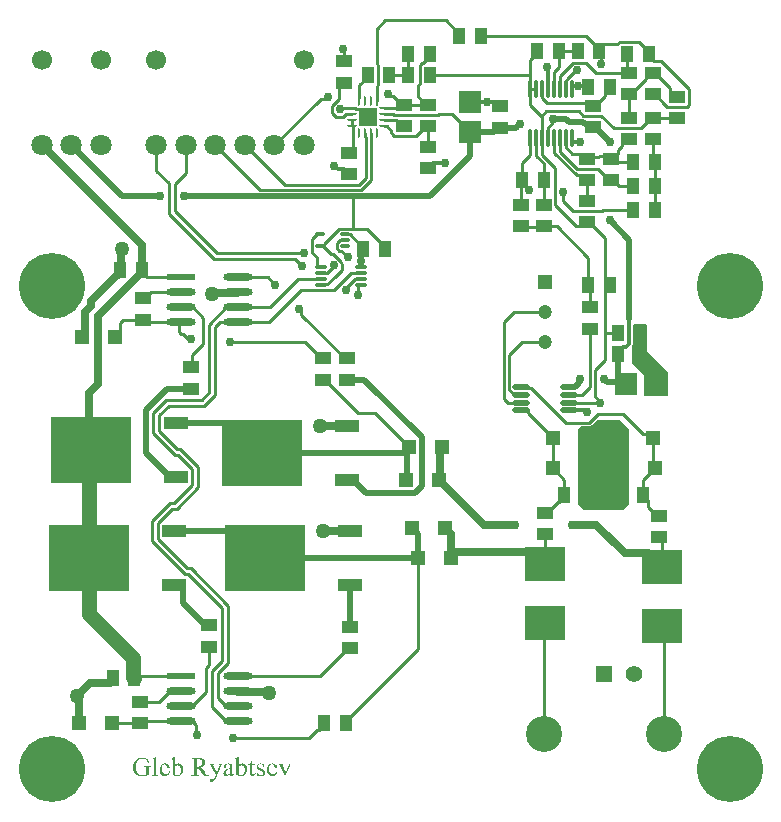
<source format=gbr>
%TF.GenerationSoftware,Altium Limited,Altium Designer,23.3.1 (30)*%
G04 Layer_Physical_Order=1*
G04 Layer_Color=255*
%FSLAX45Y45*%
%MOMM*%
%TF.SameCoordinates,6F745D81-4E65-4738-B163-C7EBCDBB3273*%
%TF.FilePolarity,Positive*%
%TF.FileFunction,Copper,L1,Top,Signal*%
%TF.Part,Single*%
G01*
G75*
%TA.AperFunction,SMDPad,CuDef*%
%ADD10R,2.05000X1.00000*%
%ADD11R,6.90000X5.65000*%
%ADD12R,1.20000X1.20000*%
G04:AMPARAMS|DCode=13|XSize=0.3mm|YSize=1mm|CornerRadius=0.0495mm|HoleSize=0mm|Usage=FLASHONLY|Rotation=270.000|XOffset=0mm|YOffset=0mm|HoleType=Round|Shape=RoundedRectangle|*
%AMROUNDEDRECTD13*
21,1,0.30000,0.90100,0,0,270.0*
21,1,0.20100,1.00000,0,0,270.0*
1,1,0.09900,-0.45050,-0.10050*
1,1,0.09900,-0.45050,0.10050*
1,1,0.09900,0.45050,0.10050*
1,1,0.09900,0.45050,-0.10050*
%
%ADD13ROUNDEDRECTD13*%
%ADD14O,0.30000X1.65000*%
%ADD15R,1.44780X1.11760*%
G04:AMPARAMS|DCode=16|XSize=2.48393mm|YSize=0.60684mm|CornerRadius=0.30342mm|HoleSize=0mm|Usage=FLASHONLY|Rotation=0.000|XOffset=0mm|YOffset=0mm|HoleType=Round|Shape=RoundedRectangle|*
%AMROUNDEDRECTD16*
21,1,2.48393,0.00000,0,0,0.0*
21,1,1.87709,0.60684,0,0,0.0*
1,1,0.60684,0.93854,0.00000*
1,1,0.60684,-0.93854,0.00000*
1,1,0.60684,-0.93854,0.00000*
1,1,0.60684,0.93854,0.00000*
%
%ADD16ROUNDEDRECTD16*%
%ADD17R,2.48393X0.60684*%
%ADD18R,1.11760X1.44780*%
%ADD19R,3.50000X3.00000*%
%ADD20O,1.50000X0.45000*%
%ADD21R,1.90620X1.95395*%
%ADD22R,1.60000X1.60000*%
G04:AMPARAMS|DCode=23|XSize=0.23928mm|YSize=0.80602mm|CornerRadius=0.11964mm|HoleSize=0mm|Usage=FLASHONLY|Rotation=270.000|XOffset=0mm|YOffset=0mm|HoleType=Round|Shape=RoundedRectangle|*
%AMROUNDEDRECTD23*
21,1,0.23928,0.56673,0,0,270.0*
21,1,0.00000,0.80602,0,0,270.0*
1,1,0.23928,-0.28337,0.00000*
1,1,0.23928,-0.28337,0.00000*
1,1,0.23928,0.28337,0.00000*
1,1,0.23928,0.28337,0.00000*
%
%ADD23ROUNDEDRECTD23*%
G04:AMPARAMS|DCode=24|XSize=0.80602mm|YSize=0.23928mm|CornerRadius=0.11964mm|HoleSize=0mm|Usage=FLASHONLY|Rotation=270.000|XOffset=0mm|YOffset=0mm|HoleType=Round|Shape=RoundedRectangle|*
%AMROUNDEDRECTD24*
21,1,0.80602,0.00000,0,0,270.0*
21,1,0.56673,0.23928,0,0,270.0*
1,1,0.23928,0.00000,-0.28337*
1,1,0.23928,0.00000,0.28337*
1,1,0.23928,0.00000,0.28337*
1,1,0.23928,0.00000,-0.28337*
%
%ADD24ROUNDEDRECTD24*%
%ADD25R,0.23928X0.80602*%
G04:AMPARAMS|DCode=26|XSize=0.3mm|YSize=0.8mm|CornerRadius=0.0495mm|HoleSize=0mm|Usage=FLASHONLY|Rotation=270.000|XOffset=0mm|YOffset=0mm|HoleType=Round|Shape=RoundedRectangle|*
%AMROUNDEDRECTD26*
21,1,0.30000,0.70100,0,0,270.0*
21,1,0.20100,0.80000,0,0,270.0*
1,1,0.09900,-0.35050,-0.10050*
1,1,0.09900,-0.35050,0.10050*
1,1,0.09900,0.35050,0.10050*
1,1,0.09900,0.35050,-0.10050*
%
%ADD26ROUNDEDRECTD26*%
%ADD27R,1.95395X1.90620*%
%TA.AperFunction,Conductor*%
%ADD28C,0.63500*%
%ADD29C,0.50800*%
%ADD30C,0.25400*%
%ADD31C,0.30480*%
%ADD32C,1.27000*%
%TA.AperFunction,ComponentPad*%
%ADD33C,1.40000*%
%ADD34R,1.40000X1.40000*%
%ADD35C,3.05000*%
%ADD36C,1.20000*%
%ADD37R,1.20000X1.20000*%
%ADD38C,1.70000*%
%ADD39C,1.80000*%
%TA.AperFunction,ViaPad*%
%ADD40C,5.58800*%
%ADD41C,1.27000*%
%ADD42C,0.76200*%
G36*
X13754100Y7556500D02*
Y6921500D01*
X13703300Y6870700D01*
X13373100D01*
X13322301Y6921500D01*
Y7556500D01*
X13344614Y7578813D01*
X13415694D01*
X13415695Y7578812D01*
X13426596Y7580981D01*
X13435838Y7587156D01*
X13481383Y7632700D01*
X13677901D01*
X13754100Y7556500D01*
D02*
G37*
G36*
X13906500Y8432800D02*
Y8216900D01*
X14084300Y8039100D01*
Y7835900D01*
X13881100D01*
Y8013700D01*
X13779500Y8115300D01*
Y8256532D01*
X13782812Y8261488D01*
X13785178Y8273381D01*
Y8438477D01*
X13792200Y8445500D01*
X13893800D01*
X13906500Y8432800D01*
D02*
G37*
G36*
X9686641Y4725879D02*
X9682769D01*
X9682651Y4726113D01*
X9682534Y4726700D01*
X9682182Y4727521D01*
X9681712Y4728812D01*
X9681126Y4730220D01*
X9680422Y4731981D01*
X9679600Y4733858D01*
X9678661Y4735853D01*
X9676432Y4740195D01*
X9673733Y4744654D01*
X9672325Y4746766D01*
X9670799Y4748879D01*
X9669156Y4750874D01*
X9667396Y4752634D01*
X9667279Y4752751D01*
X9666809Y4753221D01*
X9665988Y4753807D01*
X9664932Y4754746D01*
X9663641Y4755685D01*
X9661998Y4756741D01*
X9660120Y4758032D01*
X9658008Y4759205D01*
X9655661Y4760379D01*
X9652962Y4761670D01*
X9650146Y4762726D01*
X9647095Y4763782D01*
X9643809Y4764603D01*
X9640289Y4765190D01*
X9636533Y4765660D01*
X9632661Y4765777D01*
X9631370D01*
X9630666Y4765660D01*
X9629845D01*
X9628906Y4765542D01*
X9627850Y4765425D01*
X9625503Y4765073D01*
X9622686Y4764603D01*
X9619635Y4763899D01*
X9616232Y4762961D01*
X9612829Y4761670D01*
X9609191Y4760144D01*
X9605436Y4758384D01*
X9601798Y4756154D01*
X9598278Y4753455D01*
X9596518Y4752047D01*
X9594758Y4750404D01*
X9593115Y4748761D01*
X9591589Y4746884D01*
X9589946Y4745006D01*
X9588538Y4742894D01*
X9588421Y4742659D01*
X9587951Y4741955D01*
X9587365Y4740899D01*
X9586543Y4739491D01*
X9585604Y4737613D01*
X9584548Y4735384D01*
X9583492Y4732802D01*
X9582319Y4729868D01*
X9581145Y4726700D01*
X9579972Y4723180D01*
X9578916Y4719424D01*
X9577977Y4715317D01*
X9577155Y4711093D01*
X9576569Y4706516D01*
X9576099Y4701822D01*
X9575982Y4696894D01*
Y4696776D01*
Y4696659D01*
Y4695955D01*
Y4694781D01*
X9576099Y4693256D01*
X9576217Y4691378D01*
X9576451Y4689149D01*
X9576686Y4686567D01*
X9577038Y4683868D01*
X9577507Y4680934D01*
X9577977Y4677766D01*
X9578681Y4674480D01*
X9579502Y4671194D01*
X9580441Y4667674D01*
X9581615Y4664271D01*
X9582905Y4660868D01*
X9584314Y4657465D01*
X9584431Y4657230D01*
X9584666Y4656643D01*
X9585135Y4655822D01*
X9585839Y4654531D01*
X9586661Y4653123D01*
X9587717Y4651363D01*
X9588890Y4649485D01*
X9590181Y4647490D01*
X9591706Y4645378D01*
X9593349Y4643266D01*
X9595110Y4641036D01*
X9597105Y4638924D01*
X9599217Y4636811D01*
X9601446Y4634816D01*
X9603793Y4632939D01*
X9606258Y4631296D01*
X9606375Y4631179D01*
X9606844Y4630944D01*
X9607666Y4630592D01*
X9608605Y4630005D01*
X9609895Y4629418D01*
X9611304Y4628714D01*
X9612946Y4628010D01*
X9614824Y4627189D01*
X9616936Y4626485D01*
X9619049Y4625663D01*
X9621396Y4624959D01*
X9623743Y4624373D01*
X9626324Y4623786D01*
X9628906Y4623434D01*
X9631487Y4623199D01*
X9634186Y4623082D01*
X9635595D01*
X9636416Y4623199D01*
X9637238D01*
X9638294Y4623316D01*
X9639350D01*
X9641814Y4623551D01*
X9644513Y4624020D01*
X9647447Y4624490D01*
X9650380Y4625194D01*
X9650498D01*
X9650733Y4625311D01*
X9651202Y4625429D01*
X9651671Y4625546D01*
X9652375Y4625781D01*
X9653314Y4626133D01*
X9655192Y4626719D01*
X9657539Y4627658D01*
X9660120Y4628714D01*
X9662819Y4630005D01*
X9665518Y4631413D01*
Y4675067D01*
Y4675184D01*
Y4675536D01*
Y4676123D01*
Y4676944D01*
Y4677766D01*
X9665401Y4678822D01*
X9665284Y4681169D01*
X9665049Y4683751D01*
X9664814Y4686215D01*
X9664580Y4687271D01*
X9664345Y4688327D01*
X9664110Y4689266D01*
X9663758Y4689970D01*
X9663641Y4690087D01*
X9663406Y4690557D01*
X9663054Y4691261D01*
X9662467Y4692082D01*
X9661646Y4692904D01*
X9660707Y4693843D01*
X9659651Y4694664D01*
X9658360Y4695485D01*
X9658243Y4695603D01*
X9657656Y4695837D01*
X9656717Y4696072D01*
X9655426Y4696424D01*
X9653666Y4696776D01*
X9651437Y4697128D01*
X9650263Y4697246D01*
X9648855D01*
X9647329Y4697363D01*
X9645687D01*
Y4701470D01*
X9704361D01*
Y4697363D01*
X9700723D01*
X9700136Y4697246D01*
X9699432D01*
X9698611Y4697011D01*
X9696733Y4696659D01*
X9694738Y4695955D01*
X9692743Y4694899D01*
X9691804Y4694195D01*
X9690983Y4693490D01*
X9690279Y4692552D01*
X9689575Y4691496D01*
X9689457Y4691261D01*
X9689340Y4691026D01*
X9689223Y4690674D01*
X9689105Y4690205D01*
X9688871Y4689501D01*
X9688636Y4688797D01*
X9688519Y4687858D01*
X9688284Y4686802D01*
X9688049Y4685628D01*
X9687815Y4684337D01*
X9687697Y4682812D01*
X9687580Y4681169D01*
X9687462Y4679291D01*
X9687345Y4677296D01*
Y4675067D01*
Y4628714D01*
X9687228Y4628597D01*
X9686758Y4628362D01*
X9686054Y4628128D01*
X9685116Y4627658D01*
X9683942Y4627072D01*
X9682651Y4626367D01*
X9681008Y4625663D01*
X9679365Y4624959D01*
X9677488Y4624138D01*
X9675493Y4623316D01*
X9671151Y4621674D01*
X9666575Y4620031D01*
X9661881Y4618740D01*
X9661763D01*
X9661294Y4618622D01*
X9660590Y4618388D01*
X9659651Y4618270D01*
X9658478Y4618036D01*
X9657187Y4617684D01*
X9655544Y4617449D01*
X9653784Y4617097D01*
X9651789Y4616745D01*
X9649676Y4616510D01*
X9647329Y4616276D01*
X9644865Y4615923D01*
X9642401Y4615806D01*
X9639702Y4615571D01*
X9634069Y4615454D01*
X9632192D01*
X9631135Y4615571D01*
X9629845Y4615689D01*
X9628436Y4615806D01*
X9626911Y4615923D01*
X9625151Y4616041D01*
X9623156Y4616276D01*
X9621161Y4616628D01*
X9618931Y4616980D01*
X9614355Y4617801D01*
X9609309Y4618975D01*
X9604028Y4620500D01*
X9598513Y4622260D01*
X9592997Y4624607D01*
X9590181Y4625898D01*
X9587482Y4627306D01*
X9584666Y4628832D01*
X9581967Y4630475D01*
X9579385Y4632352D01*
X9576803Y4634230D01*
X9574339Y4636342D01*
X9571875Y4638572D01*
X9569645Y4640919D01*
X9567415Y4643500D01*
Y4643618D01*
X9567181Y4643735D01*
X9566946Y4644087D01*
X9566711Y4644439D01*
X9565890Y4645613D01*
X9564716Y4647255D01*
X9563426Y4649250D01*
X9562017Y4651597D01*
X9560492Y4654414D01*
X9558966Y4657465D01*
X9557324Y4660985D01*
X9555798Y4664623D01*
X9554390Y4668730D01*
X9553099Y4672955D01*
X9551926Y4677414D01*
X9551104Y4682225D01*
X9550635Y4687154D01*
X9550400Y4692200D01*
Y4692434D01*
Y4693138D01*
X9550517Y4694195D01*
Y4695603D01*
X9550752Y4697363D01*
X9550869Y4699475D01*
X9551221Y4701822D01*
X9551573Y4704521D01*
X9552043Y4707338D01*
X9552747Y4710271D01*
X9553451Y4713440D01*
X9554390Y4716725D01*
X9555446Y4720128D01*
X9556737Y4723532D01*
X9558262Y4727052D01*
X9559905Y4730455D01*
Y4730572D01*
X9560023Y4730690D01*
X9560492Y4731394D01*
X9561079Y4732567D01*
X9562017Y4734093D01*
X9563191Y4735853D01*
X9564599Y4737965D01*
X9566242Y4740312D01*
X9568120Y4742894D01*
X9570232Y4745476D01*
X9572579Y4748292D01*
X9575160Y4750991D01*
X9577977Y4753807D01*
X9581028Y4756624D01*
X9584196Y4759205D01*
X9587599Y4761670D01*
X9591237Y4764017D01*
X9591472Y4764134D01*
X9592059Y4764486D01*
X9592880Y4764955D01*
X9594171Y4765542D01*
X9595814Y4766246D01*
X9597691Y4767068D01*
X9599921Y4768006D01*
X9602385Y4768945D01*
X9605202Y4769767D01*
X9608135Y4770705D01*
X9611421Y4771527D01*
X9614824Y4772231D01*
X9618462Y4772818D01*
X9622334Y4773287D01*
X9626324Y4773639D01*
X9630549Y4773757D01*
X9632661D01*
X9633600Y4773639D01*
X9635595D01*
X9637824Y4773404D01*
X9640406Y4773170D01*
X9642988Y4772818D01*
X9645569Y4772348D01*
X9645687D01*
X9645921Y4772231D01*
X9646273D01*
X9646860Y4772114D01*
X9647564Y4771879D01*
X9648386Y4771644D01*
X9649324Y4771410D01*
X9650498Y4771175D01*
X9651789Y4770823D01*
X9653197Y4770353D01*
X9654840Y4769884D01*
X9656483Y4769297D01*
X9658360Y4768711D01*
X9660355Y4768006D01*
X9662467Y4767302D01*
X9664697Y4766481D01*
X9664814D01*
X9664932Y4766364D01*
X9665284Y4766246D01*
X9665753Y4766129D01*
X9666809Y4765777D01*
X9668100Y4765307D01*
X9669508Y4764838D01*
X9670916Y4764486D01*
X9672207Y4764251D01*
X9673146Y4764134D01*
X9673498D01*
X9673850Y4764251D01*
X9674437Y4764369D01*
X9675024Y4764603D01*
X9675610Y4764955D01*
X9676197Y4765425D01*
X9676784Y4766012D01*
X9676901Y4766129D01*
X9677018Y4766364D01*
X9677253Y4766950D01*
X9677605Y4767772D01*
X9677957Y4768828D01*
X9678192Y4770119D01*
X9678427Y4771762D01*
X9678661Y4773757D01*
X9682769D01*
X9686641Y4725879D01*
D02*
G37*
G36*
X10664385Y4689266D02*
X10660747D01*
Y4689501D01*
X10660512Y4689970D01*
X10660277Y4690792D01*
X10659925Y4691965D01*
X10659573Y4693256D01*
X10658987Y4694782D01*
X10658400Y4696424D01*
X10657696Y4698185D01*
X10656170Y4701940D01*
X10654293Y4705578D01*
X10653237Y4707338D01*
X10652063Y4708981D01*
X10650890Y4710389D01*
X10649716Y4711562D01*
X10649599Y4711680D01*
X10649364Y4711797D01*
X10649012Y4712149D01*
X10648543Y4712501D01*
X10647838Y4712971D01*
X10647134Y4713440D01*
X10646196Y4714027D01*
X10645139Y4714613D01*
X10643966Y4715083D01*
X10642675Y4715670D01*
X10639859Y4716608D01*
X10636456Y4717312D01*
X10634696Y4717430D01*
X10632818Y4717547D01*
X10632114D01*
X10631527Y4717430D01*
X10630823D01*
X10630119Y4717312D01*
X10628241Y4717078D01*
X10626246Y4716491D01*
X10624134Y4715787D01*
X10622022Y4714731D01*
X10620144Y4713323D01*
X10619910Y4713088D01*
X10619440Y4712618D01*
X10618619Y4711797D01*
X10617797Y4710624D01*
X10616976Y4709333D01*
X10616155Y4707690D01*
X10615685Y4706047D01*
X10615450Y4704169D01*
Y4704052D01*
Y4703935D01*
Y4703583D01*
X10615568Y4703113D01*
X10615685Y4701940D01*
X10615920Y4700532D01*
X10616272Y4698889D01*
X10616976Y4697011D01*
X10617797Y4695251D01*
X10618971Y4693491D01*
X10619088Y4693256D01*
X10619675Y4692669D01*
X10620614Y4691731D01*
X10621318Y4691144D01*
X10622022Y4690557D01*
X10622961Y4689853D01*
X10624017Y4689149D01*
X10625073Y4688327D01*
X10626364Y4687506D01*
X10627889Y4686567D01*
X10629415Y4685628D01*
X10631175Y4684690D01*
X10633053Y4683751D01*
X10649364Y4675889D01*
X10649481D01*
X10649599Y4675771D01*
X10650303Y4675419D01*
X10651476Y4674715D01*
X10652884Y4673894D01*
X10654645Y4672837D01*
X10656522Y4671429D01*
X10658635Y4669904D01*
X10660747Y4668144D01*
X10662859Y4666149D01*
X10664971Y4663919D01*
X10666849Y4661572D01*
X10668609Y4658990D01*
X10670017Y4656174D01*
X10671191Y4653240D01*
X10671895Y4650072D01*
X10672012Y4648429D01*
X10672130Y4646786D01*
Y4646669D01*
Y4646199D01*
X10672012Y4645495D01*
Y4644439D01*
X10671777Y4643266D01*
X10671543Y4641975D01*
X10671191Y4640449D01*
X10670839Y4638689D01*
X10670252Y4636929D01*
X10669548Y4635169D01*
X10668726Y4633291D01*
X10667670Y4631414D01*
X10666497Y4629536D01*
X10665089Y4627659D01*
X10663446Y4625898D01*
X10661568Y4624255D01*
X10661451Y4624138D01*
X10661099Y4623903D01*
X10660512Y4623434D01*
X10659691Y4622965D01*
X10658752Y4622261D01*
X10657578Y4621556D01*
X10656170Y4620852D01*
X10654645Y4620031D01*
X10653002Y4619209D01*
X10651124Y4618505D01*
X10649247Y4617801D01*
X10647134Y4617097D01*
X10644905Y4616628D01*
X10642675Y4616158D01*
X10640328Y4615924D01*
X10637864Y4615806D01*
X10636221D01*
X10635282Y4615924D01*
X10634226Y4616041D01*
X10633053D01*
X10631644Y4616276D01*
X10630119Y4616393D01*
X10628476Y4616628D01*
X10626716Y4616862D01*
X10624838Y4617215D01*
X10620731Y4618036D01*
X10616389Y4619092D01*
X10616272D01*
X10615802Y4619327D01*
X10615098Y4619444D01*
X10614277Y4619679D01*
X10612282Y4620031D01*
X10611343Y4620266D01*
X10609935D01*
X10609466Y4620148D01*
X10608996Y4619914D01*
X10608292Y4619561D01*
X10607588Y4618975D01*
X10607001Y4618271D01*
X10606415Y4617332D01*
X10602777D01*
Y4653827D01*
X10606415D01*
Y4653710D01*
X10606532Y4653123D01*
X10606767Y4652302D01*
X10607001Y4651245D01*
X10607353Y4649955D01*
X10607823Y4648429D01*
X10608410Y4646786D01*
X10608996Y4645026D01*
X10610639Y4641154D01*
X10611578Y4639159D01*
X10612751Y4637281D01*
X10613925Y4635286D01*
X10615216Y4633526D01*
X10616741Y4631766D01*
X10618267Y4630240D01*
X10618384Y4630123D01*
X10618619Y4629888D01*
X10619206Y4629536D01*
X10619792Y4629067D01*
X10620614Y4628363D01*
X10621670Y4627776D01*
X10622843Y4627072D01*
X10624134Y4626368D01*
X10625542Y4625546D01*
X10627068Y4624842D01*
X10630354Y4623669D01*
X10632231Y4623082D01*
X10634109Y4622730D01*
X10636104Y4622495D01*
X10638099Y4622378D01*
X10638803D01*
X10639389Y4622495D01*
X10640094D01*
X10640798Y4622613D01*
X10642558Y4622965D01*
X10644553Y4623434D01*
X10646665Y4624255D01*
X10648777Y4625312D01*
X10650655Y4626837D01*
X10650890Y4627072D01*
X10651476Y4627659D01*
X10652180Y4628597D01*
X10653119Y4629888D01*
X10654058Y4631414D01*
X10654762Y4633291D01*
X10655349Y4635403D01*
X10655583Y4637750D01*
Y4637868D01*
Y4638102D01*
Y4638455D01*
X10655466Y4639041D01*
Y4639628D01*
X10655349Y4640449D01*
X10654879Y4642210D01*
X10654293Y4644205D01*
X10653237Y4646317D01*
X10651946Y4648546D01*
X10651007Y4649603D01*
X10650068Y4650541D01*
X10649951Y4650659D01*
X10649833Y4650776D01*
X10649481Y4651128D01*
X10649012Y4651480D01*
X10648308Y4652067D01*
X10647486Y4652654D01*
X10646548Y4653358D01*
X10645374Y4654179D01*
X10643966Y4655118D01*
X10642440Y4656057D01*
X10640680Y4657230D01*
X10638685Y4658404D01*
X10636456Y4659577D01*
X10634109Y4660985D01*
X10631410Y4662394D01*
X10628476Y4663802D01*
X10628241Y4663919D01*
X10627772Y4664154D01*
X10626951Y4664623D01*
X10625894Y4665210D01*
X10624604Y4665914D01*
X10623078Y4666735D01*
X10621435Y4667674D01*
X10619792Y4668613D01*
X10616155Y4670960D01*
X10612634Y4673307D01*
X10611109Y4674598D01*
X10609583Y4675889D01*
X10608292Y4677179D01*
X10607236Y4678353D01*
Y4678470D01*
X10607001Y4678705D01*
X10606767Y4679057D01*
X10606415Y4679526D01*
X10606063Y4680113D01*
X10605711Y4680817D01*
X10605241Y4681756D01*
X10604772Y4682695D01*
X10603833Y4685042D01*
X10603129Y4687858D01*
X10602542Y4690909D01*
X10602307Y4694430D01*
Y4694547D01*
Y4695016D01*
X10602425Y4695603D01*
Y4696542D01*
X10602542Y4697598D01*
X10602777Y4698889D01*
X10603012Y4700297D01*
X10603364Y4701822D01*
X10603833Y4703465D01*
X10604420Y4705108D01*
X10605124Y4706868D01*
X10605945Y4708746D01*
X10606884Y4710506D01*
X10608058Y4712266D01*
X10609348Y4713909D01*
X10610874Y4715552D01*
X10610991Y4715670D01*
X10611226Y4715904D01*
X10611813Y4716374D01*
X10612399Y4716843D01*
X10613338Y4717547D01*
X10614394Y4718251D01*
X10615568Y4719073D01*
X10616976Y4719894D01*
X10618501Y4720598D01*
X10620144Y4721420D01*
X10622022Y4722124D01*
X10624017Y4722828D01*
X10626129Y4723297D01*
X10628359Y4723767D01*
X10630823Y4724001D01*
X10633287Y4724119D01*
X10634343D01*
X10634930Y4724001D01*
X10635634D01*
X10637395Y4723767D01*
X10639507Y4723532D01*
X10642088Y4723062D01*
X10644905Y4722358D01*
X10647956Y4721537D01*
X10648073D01*
X10648191Y4721420D01*
X10648895Y4721302D01*
X10649833Y4721068D01*
X10651124Y4720715D01*
X10652298Y4720363D01*
X10653589Y4720129D01*
X10654762Y4720011D01*
X10655583Y4719894D01*
X10655936D01*
X10656640Y4720011D01*
X10657461Y4720246D01*
X10658282Y4720598D01*
X10658517Y4720715D01*
X10658752Y4720950D01*
X10658987Y4721302D01*
X10659339Y4721772D01*
X10659808Y4722476D01*
X10660277Y4723180D01*
X10660747Y4724119D01*
X10664385D01*
Y4689266D01*
D02*
G37*
G36*
X10309994Y4717195D02*
X10309759D01*
X10309290Y4717078D01*
X10308585Y4716960D01*
X10307647Y4716843D01*
X10305534Y4716256D01*
X10304596Y4715787D01*
X10303657Y4715317D01*
X10303539Y4715200D01*
X10303305Y4715083D01*
X10302835Y4714731D01*
X10302249Y4714261D01*
X10301427Y4713557D01*
X10300606Y4712618D01*
X10299667Y4711562D01*
X10298728Y4710272D01*
Y4710154D01*
X10298493Y4709919D01*
X10298259Y4709450D01*
X10297907Y4708629D01*
X10297320Y4707455D01*
X10296733Y4705930D01*
X10296381Y4705108D01*
X10295912Y4704052D01*
X10295442Y4702879D01*
X10294973Y4701588D01*
X10253432Y4599495D01*
X10253315Y4599377D01*
X10253197Y4598791D01*
X10252845Y4598087D01*
X10252376Y4597030D01*
X10251672Y4595857D01*
X10250968Y4594449D01*
X10250146Y4592806D01*
X10249207Y4591163D01*
X10246860Y4587525D01*
X10244161Y4583770D01*
X10241110Y4580250D01*
X10239350Y4578607D01*
X10237590Y4577081D01*
X10237473Y4576964D01*
X10237120Y4576729D01*
X10236651Y4576377D01*
X10235947Y4575908D01*
X10235008Y4575321D01*
X10234069Y4574617D01*
X10232896Y4574030D01*
X10231605Y4573326D01*
X10228671Y4571918D01*
X10225620Y4570627D01*
X10223860Y4570158D01*
X10222217Y4569806D01*
X10220574Y4569571D01*
X10218814Y4569454D01*
X10218227D01*
X10217758Y4569571D01*
X10216467Y4569688D01*
X10215059Y4569923D01*
X10213299Y4570392D01*
X10211539Y4571097D01*
X10209661Y4572035D01*
X10208018Y4573326D01*
X10207783Y4573443D01*
X10207314Y4574030D01*
X10206727Y4574734D01*
X10205906Y4575790D01*
X10205084Y4577081D01*
X10204498Y4578607D01*
X10204028Y4580250D01*
X10203794Y4582010D01*
Y4582245D01*
Y4582831D01*
X10203911Y4583653D01*
X10204146Y4584709D01*
X10204498Y4585882D01*
X10205084Y4587173D01*
X10205789Y4588347D01*
X10206845Y4589520D01*
X10206962Y4589638D01*
X10207431Y4589990D01*
X10208136Y4590459D01*
X10209074Y4590928D01*
X10210248Y4591398D01*
X10211656Y4591867D01*
X10213299Y4592219D01*
X10215176Y4592337D01*
X10215881D01*
X10216702Y4592219D01*
X10217875Y4592102D01*
X10219284Y4591750D01*
X10221044Y4591398D01*
X10223039Y4590811D01*
X10225268Y4589990D01*
X10225503Y4589872D01*
X10225972Y4589755D01*
X10226794Y4589403D01*
X10227615Y4589168D01*
X10228554Y4588816D01*
X10229493Y4588464D01*
X10230197Y4588347D01*
X10230784Y4588229D01*
X10230901D01*
X10231370Y4588347D01*
X10232075Y4588464D01*
X10233013Y4588699D01*
X10234069Y4589051D01*
X10235243Y4589755D01*
X10236651Y4590576D01*
X10238059Y4591750D01*
X10238294Y4591867D01*
X10238763Y4592454D01*
X10239585Y4593393D01*
X10240524Y4594683D01*
X10241110Y4595505D01*
X10241814Y4596561D01*
X10242519Y4597617D01*
X10243105Y4598791D01*
X10243927Y4600199D01*
X10244631Y4601724D01*
X10245335Y4603367D01*
X10246156Y4605127D01*
X10253315Y4622847D01*
X10216585Y4699945D01*
X10216467Y4700062D01*
X10216233Y4700531D01*
X10215881Y4701353D01*
X10215294Y4702409D01*
X10214472Y4703582D01*
X10213534Y4705108D01*
X10212477Y4706751D01*
X10211187Y4708628D01*
X10211069Y4708863D01*
X10210717Y4709332D01*
X10210248Y4709919D01*
X10209544Y4710858D01*
X10208018Y4712618D01*
X10207314Y4713440D01*
X10206610Y4714026D01*
X10206493Y4714144D01*
X10206141Y4714378D01*
X10205437Y4714613D01*
X10204615Y4715083D01*
X10203442Y4715552D01*
X10202033Y4716139D01*
X10200273Y4716608D01*
X10198278Y4717195D01*
Y4721185D01*
X10246156D01*
Y4717195D01*
X10242988D01*
X10242049Y4717077D01*
X10240993Y4716960D01*
X10239702Y4716608D01*
X10238411Y4716256D01*
X10237238Y4715669D01*
X10236182Y4714965D01*
X10236064Y4714848D01*
X10235830Y4714613D01*
X10235360Y4714144D01*
X10235008Y4713440D01*
X10234539Y4712618D01*
X10234069Y4711679D01*
X10233835Y4710623D01*
X10233717Y4709450D01*
Y4709215D01*
X10233835Y4708628D01*
X10233952Y4707690D01*
X10234187Y4706281D01*
X10234656Y4704639D01*
X10235360Y4702526D01*
X10236182Y4700062D01*
X10237473Y4697363D01*
X10262350Y4645495D01*
X10285233Y4702292D01*
X10285351Y4702527D01*
X10285585Y4703113D01*
X10285820Y4703935D01*
X10286172Y4705108D01*
X10286524Y4706516D01*
X10286876Y4708042D01*
X10286993Y4709685D01*
X10287111Y4711328D01*
Y4711445D01*
Y4711680D01*
Y4712032D01*
X10286993Y4712501D01*
X10286759Y4713557D01*
X10286289Y4714379D01*
Y4714496D01*
X10286172Y4714613D01*
X10285585Y4715083D01*
X10284764Y4715787D01*
X10283473Y4716374D01*
X10283356D01*
X10283121Y4716491D01*
X10282652Y4716608D01*
X10281947Y4716843D01*
X10281009Y4716960D01*
X10279835Y4717078D01*
X10278427Y4717195D01*
X10276784D01*
Y4721185D01*
X10309994D01*
Y4717195D01*
D02*
G37*
G36*
X10893917D02*
X10893683D01*
X10892978Y4717078D01*
X10892040Y4716960D01*
X10890749Y4716726D01*
X10889458Y4716374D01*
X10888167Y4715904D01*
X10886876Y4715435D01*
X10885938Y4714731D01*
X10885820Y4714613D01*
X10885233Y4714144D01*
X10884529Y4713323D01*
X10883591Y4712149D01*
X10882417Y4710624D01*
X10881244Y4708629D01*
X10880070Y4706282D01*
X10878897Y4703583D01*
X10842871Y4615806D01*
X10838177D01*
X10801916Y4702057D01*
Y4702174D01*
X10801799Y4702292D01*
X10801447Y4703113D01*
X10800978Y4704169D01*
X10800391Y4705460D01*
X10799687Y4706868D01*
X10798865Y4708277D01*
X10798044Y4709685D01*
X10797222Y4710741D01*
X10797105Y4710858D01*
X10796870Y4711210D01*
X10796284Y4711680D01*
X10795697Y4712266D01*
X10794876Y4712971D01*
X10793819Y4713792D01*
X10792763Y4714496D01*
X10791472Y4715200D01*
X10791355D01*
X10791120Y4715435D01*
X10790534Y4715552D01*
X10789830Y4715904D01*
X10788773Y4716139D01*
X10787483Y4716491D01*
X10785957Y4716843D01*
X10783962Y4717195D01*
Y4721185D01*
X10831958D01*
Y4717195D01*
X10828085D01*
X10827264Y4717078D01*
X10826325Y4716960D01*
X10825269Y4716608D01*
X10824213Y4716256D01*
X10823156Y4715670D01*
X10822218Y4714965D01*
X10822100Y4714848D01*
X10821866Y4714613D01*
X10821514Y4714144D01*
X10821161Y4713440D01*
X10820692Y4712618D01*
X10820340Y4711680D01*
X10820105Y4710624D01*
X10819988Y4709333D01*
Y4709215D01*
Y4708629D01*
X10820105Y4707807D01*
X10820340Y4706751D01*
X10820575Y4705343D01*
X10820927Y4703817D01*
X10821514Y4702057D01*
X10822335Y4700062D01*
X10846039Y4643500D01*
X10869861Y4702174D01*
Y4702292D01*
X10869978Y4702409D01*
X10870096Y4702761D01*
X10870213Y4703231D01*
X10870682Y4704287D01*
X10871152Y4705695D01*
X10871504Y4707220D01*
X10871973Y4708863D01*
X10872208Y4710389D01*
X10872325Y4711680D01*
Y4711797D01*
Y4711914D01*
X10872208Y4712618D01*
X10871973Y4713440D01*
X10871504Y4714261D01*
Y4714379D01*
X10871269Y4714496D01*
X10870682Y4715200D01*
X10869626Y4715904D01*
X10868335Y4716491D01*
X10868218D01*
X10867983Y4716608D01*
X10867397Y4716726D01*
X10866693Y4716843D01*
X10865636Y4716960D01*
X10864228Y4717078D01*
X10862585Y4717195D01*
X10860590D01*
Y4721185D01*
X10893917D01*
Y4717195D01*
D02*
G37*
G36*
X10109563Y4770236D02*
X10111793Y4770119D01*
X10114374D01*
X10117073Y4769884D01*
X10119890Y4769767D01*
X10122824Y4769532D01*
X10128691Y4768828D01*
X10131507Y4768476D01*
X10134206Y4768006D01*
X10136788Y4767420D01*
X10139018Y4766833D01*
X10139135D01*
X10139487Y4766716D01*
X10140191Y4766481D01*
X10140895Y4766129D01*
X10141951Y4765777D01*
X10143125Y4765190D01*
X10144416Y4764603D01*
X10145824Y4763899D01*
X10147232Y4763078D01*
X10148875Y4762139D01*
X10150400Y4761083D01*
X10152043Y4759909D01*
X10153686Y4758501D01*
X10155329Y4757093D01*
X10156972Y4755568D01*
X10158497Y4753807D01*
X10158615Y4753690D01*
X10158849Y4753338D01*
X10159201Y4752869D01*
X10159788Y4752164D01*
X10160375Y4751226D01*
X10161079Y4750170D01*
X10161783Y4748879D01*
X10162605Y4747471D01*
X10163309Y4745945D01*
X10164013Y4744185D01*
X10164717Y4742307D01*
X10165304Y4740312D01*
X10165890Y4738200D01*
X10166242Y4735970D01*
X10166477Y4733741D01*
X10166594Y4731277D01*
Y4731159D01*
Y4730690D01*
Y4729868D01*
X10166477Y4728930D01*
X10166360Y4727756D01*
X10166125Y4726348D01*
X10165773Y4724705D01*
X10165421Y4723062D01*
X10164951Y4721185D01*
X10164365Y4719190D01*
X10163661Y4717195D01*
X10162722Y4715200D01*
X10161666Y4713088D01*
X10160492Y4710975D01*
X10159084Y4708980D01*
X10157441Y4706986D01*
X10157324Y4706868D01*
X10156972Y4706516D01*
X10156502Y4706047D01*
X10155681Y4705343D01*
X10154742Y4704521D01*
X10153569Y4703582D01*
X10152161Y4702526D01*
X10150518Y4701353D01*
X10148640Y4700179D01*
X10146528Y4699006D01*
X10144181Y4697832D01*
X10141599Y4696542D01*
X10138900Y4695485D01*
X10135849Y4694429D01*
X10132681Y4693373D01*
X10129160Y4692552D01*
X10160610Y4649133D01*
X10160727Y4649016D01*
X10161079Y4648429D01*
X10161666Y4647725D01*
X10162370Y4646669D01*
X10163309Y4645495D01*
X10164365Y4644087D01*
X10165656Y4642561D01*
X10166946Y4641036D01*
X10169763Y4637633D01*
X10172931Y4634347D01*
X10174457Y4632822D01*
X10175982Y4631413D01*
X10177508Y4630240D01*
X10179033Y4629184D01*
X10179151D01*
X10179385Y4628949D01*
X10179855Y4628714D01*
X10180441Y4628362D01*
X10181263Y4628010D01*
X10182084Y4627541D01*
X10183258Y4627072D01*
X10184431Y4626602D01*
X10185839Y4626015D01*
X10187365Y4625546D01*
X10189008Y4624959D01*
X10190768Y4624490D01*
X10192646Y4624020D01*
X10194758Y4623551D01*
X10199100Y4622964D01*
Y4618857D01*
X10158615D01*
X10107216Y4689735D01*
X10106277D01*
X10105221Y4689618D01*
X10102522D01*
X10100997Y4689501D01*
X10094660D01*
X10093839Y4689618D01*
X10092782D01*
X10091609Y4689735D01*
Y4645730D01*
Y4645613D01*
Y4645143D01*
Y4644322D01*
Y4643383D01*
X10091726Y4642327D01*
Y4641036D01*
X10091961Y4638102D01*
X10092313Y4635051D01*
X10092900Y4632117D01*
X10093252Y4630827D01*
X10093604Y4629653D01*
X10094073Y4628714D01*
X10094660Y4627893D01*
X10094895Y4627658D01*
X10095481Y4627072D01*
X10096420Y4626367D01*
X10097828Y4625429D01*
X10099589Y4624490D01*
X10101818Y4623786D01*
X10104400Y4623199D01*
X10107334Y4622964D01*
X10113318D01*
Y4618857D01*
X10048425D01*
Y4622964D01*
X10054996D01*
X10055583Y4623082D01*
X10056405Y4623199D01*
X10057343Y4623316D01*
X10059338Y4623786D01*
X10061568Y4624490D01*
X10063915Y4625546D01*
X10064971Y4626250D01*
X10066027Y4627189D01*
X10066966Y4628128D01*
X10067787Y4629184D01*
X10067905Y4629418D01*
X10068022Y4629653D01*
X10068139Y4629888D01*
X10068374Y4630357D01*
X10068491Y4630944D01*
X10068726Y4631765D01*
X10068961Y4632587D01*
X10069196Y4633643D01*
X10069430Y4634816D01*
X10069548Y4636107D01*
X10069782Y4637633D01*
X10069900Y4639393D01*
X10070017Y4641271D01*
X10070134Y4643383D01*
Y4645730D01*
Y4743481D01*
Y4743598D01*
Y4744067D01*
Y4744772D01*
Y4745828D01*
X10070017Y4746884D01*
Y4748175D01*
X10069782Y4751108D01*
X10069313Y4754159D01*
X10068843Y4756976D01*
X10068491Y4758267D01*
X10068022Y4759440D01*
X10067553Y4760496D01*
X10066966Y4761200D01*
Y4761318D01*
X10066731Y4761435D01*
X10066144Y4762022D01*
X10065088Y4762843D01*
X10063680Y4763782D01*
X10061920Y4764603D01*
X10059690Y4765425D01*
X10057109Y4766012D01*
X10055583Y4766246D01*
X10048425D01*
Y4770353D01*
X10107568D01*
X10109563Y4770236D01*
D02*
G37*
G36*
X9750009Y4641975D02*
Y4641857D01*
Y4641505D01*
Y4641036D01*
Y4640449D01*
Y4639628D01*
X9750126Y4638806D01*
Y4636811D01*
X9750361Y4634582D01*
X9750596Y4632470D01*
X9750830Y4630592D01*
X9751065Y4629888D01*
X9751300Y4629184D01*
X9751417Y4629066D01*
X9751534Y4628714D01*
X9751887Y4628128D01*
X9752356Y4627424D01*
X9752943Y4626602D01*
X9753764Y4625781D01*
X9754586Y4625077D01*
X9755642Y4624373D01*
X9755759Y4624255D01*
X9756228Y4624138D01*
X9757050Y4623903D01*
X9758106Y4623668D01*
X9759631Y4623316D01*
X9761509Y4623082D01*
X9763856Y4622964D01*
X9765147Y4622847D01*
X9766555D01*
Y4618857D01*
X9716213D01*
Y4622847D01*
X9717386D01*
X9718560Y4622964D01*
X9720085Y4623082D01*
X9721611Y4623199D01*
X9723254Y4623434D01*
X9724662Y4623786D01*
X9725835Y4624255D01*
X9725953Y4624373D01*
X9726305Y4624490D01*
X9726774Y4624842D01*
X9727361Y4625429D01*
X9727948Y4626015D01*
X9728652Y4626837D01*
X9729356Y4627776D01*
X9729942Y4628949D01*
X9730060Y4629066D01*
X9730177Y4629653D01*
X9730412Y4630592D01*
X9730764Y4631883D01*
X9730881Y4632704D01*
X9730999Y4633643D01*
X9731116Y4634699D01*
X9731233Y4635873D01*
X9731351Y4637163D01*
Y4638689D01*
X9731468Y4640214D01*
Y4641975D01*
Y4734914D01*
Y4735149D01*
Y4735618D01*
Y4736557D01*
Y4737731D01*
Y4739022D01*
Y4740547D01*
X9731351Y4742307D01*
Y4744067D01*
X9731233Y4747705D01*
Y4749465D01*
X9731116Y4751108D01*
X9730999Y4752634D01*
X9730881Y4754042D01*
X9730764Y4755216D01*
X9730647Y4756037D01*
Y4756272D01*
X9730529Y4756741D01*
X9730294Y4757328D01*
X9730060Y4758267D01*
X9729238Y4760027D01*
X9728652Y4760848D01*
X9728065Y4761435D01*
X9727948Y4761552D01*
X9727713Y4761670D01*
X9727361Y4761904D01*
X9726891Y4762256D01*
X9726305Y4762491D01*
X9725601Y4762726D01*
X9724662Y4762843D01*
X9723723Y4762961D01*
X9723254D01*
X9722550Y4762843D01*
X9721728Y4762726D01*
X9720672Y4762491D01*
X9719381Y4762256D01*
X9717973Y4761787D01*
X9716330Y4761200D01*
X9714453Y4765190D01*
X9744963Y4777746D01*
X9750009D01*
Y4641975D01*
D02*
G37*
G36*
X10564521Y4721185D02*
X10588343D01*
Y4713323D01*
X10564521D01*
Y4646904D01*
Y4646786D01*
Y4646434D01*
Y4645965D01*
Y4645261D01*
X10564639Y4644557D01*
Y4643618D01*
X10564873Y4641506D01*
X10565226Y4639276D01*
X10565695Y4637164D01*
X10566399Y4635169D01*
X10566868Y4634230D01*
X10567338Y4633526D01*
X10567455Y4633409D01*
X10567807Y4633057D01*
X10568511Y4632470D01*
X10569333Y4631883D01*
X10570389Y4631179D01*
X10571562Y4630710D01*
X10572970Y4630240D01*
X10574613Y4630123D01*
X10575200D01*
X10576022Y4630240D01*
X10576960Y4630358D01*
X10578016Y4630710D01*
X10579190Y4631062D01*
X10580481Y4631648D01*
X10581772Y4632352D01*
X10581889Y4632470D01*
X10582358Y4632822D01*
X10582945Y4633291D01*
X10583766Y4633995D01*
X10584705Y4635051D01*
X10585644Y4636225D01*
X10586465Y4637516D01*
X10587287Y4639159D01*
X10591629D01*
Y4639041D01*
X10591394Y4638689D01*
X10591159Y4638102D01*
X10590925Y4637398D01*
X10590455Y4636460D01*
X10589986Y4635403D01*
X10588695Y4632939D01*
X10587170Y4630240D01*
X10585292Y4627541D01*
X10583062Y4624960D01*
X10581772Y4623669D01*
X10580481Y4622613D01*
X10580363D01*
X10580129Y4622378D01*
X10579777Y4622143D01*
X10579190Y4621791D01*
X10578603Y4621322D01*
X10577782Y4620852D01*
X10575904Y4619914D01*
X10573675Y4618975D01*
X10571210Y4618036D01*
X10568511Y4617449D01*
X10567103Y4617332D01*
X10565695Y4617215D01*
X10564873D01*
X10563817Y4617332D01*
X10562526Y4617567D01*
X10561001Y4617919D01*
X10559241Y4618388D01*
X10557481Y4619092D01*
X10555603Y4620031D01*
X10555368Y4620148D01*
X10554782Y4620500D01*
X10553960Y4621204D01*
X10552904Y4622143D01*
X10551613Y4623199D01*
X10550440Y4624607D01*
X10549266Y4626250D01*
X10548327Y4628128D01*
Y4628245D01*
X10548210Y4628363D01*
X10548093Y4628715D01*
X10547975Y4629184D01*
X10547741Y4629653D01*
X10547623Y4630358D01*
X10547389Y4631179D01*
X10547154Y4632118D01*
X10546919Y4633291D01*
X10546685Y4634465D01*
X10546567Y4635756D01*
X10546332Y4637281D01*
X10546215Y4638924D01*
X10546098Y4640684D01*
X10545980Y4642562D01*
Y4644557D01*
Y4713323D01*
X10529786D01*
Y4716960D01*
X10529904D01*
X10530021Y4717078D01*
X10530373Y4717195D01*
X10530843Y4717430D01*
X10532016Y4718016D01*
X10533659Y4718955D01*
X10535536Y4720129D01*
X10537649Y4721537D01*
X10539878Y4723297D01*
X10542225Y4725292D01*
X10542343Y4725409D01*
X10542460Y4725527D01*
X10542812Y4725879D01*
X10543281Y4726348D01*
X10544572Y4727522D01*
X10546098Y4729282D01*
X10547858Y4731277D01*
X10549853Y4733624D01*
X10551730Y4736323D01*
X10553725Y4739256D01*
X10553843Y4739491D01*
X10554195Y4740078D01*
X10554429Y4740547D01*
X10554782Y4741251D01*
X10555134Y4741955D01*
X10555603Y4742777D01*
X10556072Y4743833D01*
X10556659Y4744889D01*
X10557246Y4746180D01*
X10557833Y4747588D01*
X10558537Y4749231D01*
X10559358Y4750874D01*
X10560180Y4752869D01*
X10561001Y4754864D01*
X10564521D01*
Y4721185D01*
D02*
G37*
G36*
X10363270Y4724001D02*
X10364443D01*
X10365851Y4723884D01*
X10367259Y4723767D01*
X10368902Y4723532D01*
X10372423Y4723062D01*
X10376178Y4722241D01*
X10379933Y4721068D01*
X10383336Y4719542D01*
X10383453D01*
X10383688Y4719425D01*
X10383923Y4719190D01*
X10384392Y4718838D01*
X10385566Y4718016D01*
X10387091Y4716843D01*
X10388617Y4715317D01*
X10390260Y4713440D01*
X10391785Y4711210D01*
X10393076Y4708629D01*
X10393193Y4708394D01*
X10393311Y4708042D01*
X10393428Y4707690D01*
X10393545Y4707103D01*
X10393780Y4706282D01*
X10393897Y4705460D01*
X10394132Y4704404D01*
X10394367Y4703113D01*
X10394484Y4701705D01*
X10394719Y4700180D01*
X10394836Y4698302D01*
X10394954Y4696307D01*
X10395071Y4694077D01*
X10395188Y4691731D01*
Y4689032D01*
Y4654297D01*
Y4654179D01*
Y4653710D01*
Y4652888D01*
Y4651950D01*
Y4650776D01*
Y4649485D01*
X10395306Y4646669D01*
Y4643500D01*
X10395423Y4640684D01*
Y4639276D01*
X10395540Y4638220D01*
Y4637164D01*
X10395658Y4636460D01*
Y4636342D01*
X10395775Y4635990D01*
X10395892Y4635403D01*
X10396127Y4634699D01*
X10396714Y4633174D01*
X10397066Y4632587D01*
X10397535Y4632000D01*
X10397653D01*
X10397770Y4631883D01*
X10398357Y4631531D01*
X10399295Y4631062D01*
X10400469Y4630944D01*
X10400821D01*
X10401525Y4631062D01*
X10402581Y4631296D01*
X10403637Y4631648D01*
X10403755Y4631766D01*
X10404107Y4632000D01*
X10404693Y4632470D01*
X10405632Y4633291D01*
X10406923Y4634347D01*
X10408449Y4635756D01*
X10410326Y4637633D01*
X10411500Y4638689D01*
X10412673Y4639863D01*
Y4633526D01*
X10412556Y4633291D01*
X10412086Y4632822D01*
X10411500Y4632000D01*
X10410561Y4630944D01*
X10409387Y4629653D01*
X10408097Y4628245D01*
X10406571Y4626720D01*
X10404928Y4625194D01*
X10403168Y4623669D01*
X10401290Y4622143D01*
X10399295Y4620735D01*
X10397301Y4619444D01*
X10395188Y4618388D01*
X10393076Y4617567D01*
X10390846Y4617097D01*
X10388734Y4616862D01*
X10388499D01*
X10387795Y4616980D01*
X10386857Y4617097D01*
X10385683Y4617332D01*
X10384275Y4617801D01*
X10382749Y4618505D01*
X10381341Y4619327D01*
X10380050Y4620618D01*
X10379933Y4620852D01*
X10379581Y4621322D01*
X10378994Y4622261D01*
X10378407Y4623669D01*
X10377821Y4625429D01*
X10377234Y4627659D01*
X10377117Y4628949D01*
X10376882Y4630358D01*
X10376765Y4631883D01*
Y4633526D01*
X10376647Y4633409D01*
X10376061Y4633057D01*
X10375239Y4632352D01*
X10374183Y4631648D01*
X10373009Y4630592D01*
X10371601Y4629536D01*
X10369958Y4628363D01*
X10368316Y4627189D01*
X10364912Y4624725D01*
X10361744Y4622495D01*
X10360219Y4621439D01*
X10358928Y4620618D01*
X10357872Y4619914D01*
X10356933Y4619444D01*
X10356815D01*
X10356698Y4619327D01*
X10356346Y4619209D01*
X10355877Y4618975D01*
X10354703Y4618623D01*
X10353060Y4618153D01*
X10351065Y4617567D01*
X10348953Y4617215D01*
X10346489Y4616862D01*
X10344025Y4616745D01*
X10342968D01*
X10342264Y4616862D01*
X10341326Y4616980D01*
X10340269Y4617097D01*
X10339096Y4617332D01*
X10337922Y4617684D01*
X10335106Y4618505D01*
X10333698Y4619092D01*
X10332172Y4619796D01*
X10330764Y4620618D01*
X10329239Y4621556D01*
X10327830Y4622613D01*
X10326540Y4623903D01*
X10326422Y4624021D01*
X10326305Y4624255D01*
X10325953Y4624607D01*
X10325484Y4625194D01*
X10325014Y4625898D01*
X10324427Y4626837D01*
X10323723Y4627893D01*
X10323137Y4629067D01*
X10322550Y4630358D01*
X10321846Y4631766D01*
X10321259Y4633291D01*
X10320790Y4635051D01*
X10320320Y4636812D01*
X10320086Y4638807D01*
X10319851Y4640919D01*
X10319733Y4643031D01*
Y4643148D01*
Y4643383D01*
Y4643735D01*
Y4644322D01*
X10319851Y4644909D01*
X10319968Y4645730D01*
X10320203Y4647490D01*
X10320555Y4649485D01*
X10321142Y4651598D01*
X10321963Y4653827D01*
X10323019Y4655939D01*
Y4656057D01*
X10323254Y4656291D01*
X10323489Y4656643D01*
X10323958Y4657230D01*
X10324427Y4657934D01*
X10325014Y4658756D01*
X10325836Y4659577D01*
X10326774Y4660633D01*
X10327713Y4661689D01*
X10328887Y4662746D01*
X10330295Y4663919D01*
X10331703Y4665210D01*
X10333229Y4666501D01*
X10334989Y4667674D01*
X10336984Y4668965D01*
X10338979Y4670256D01*
X10339096Y4670373D01*
X10339565Y4670608D01*
X10340152Y4670960D01*
X10341208Y4671429D01*
X10342382Y4672133D01*
X10344025Y4672837D01*
X10345785Y4673776D01*
X10348014Y4674832D01*
X10350479Y4675889D01*
X10353178Y4677179D01*
X10356346Y4678470D01*
X10359749Y4679996D01*
X10363504Y4681521D01*
X10367611Y4683164D01*
X10371953Y4684807D01*
X10376765Y4686567D01*
Y4690557D01*
Y4690792D01*
Y4691261D01*
Y4691965D01*
X10376647Y4693021D01*
Y4694312D01*
X10376530Y4695720D01*
X10376413Y4697246D01*
X10376178Y4698889D01*
X10375591Y4702409D01*
X10374652Y4705812D01*
X10374183Y4707455D01*
X10373479Y4708981D01*
X10372657Y4710389D01*
X10371836Y4711562D01*
Y4711680D01*
X10371601Y4711797D01*
X10370897Y4712501D01*
X10369841Y4713440D01*
X10368316Y4714496D01*
X10366321Y4715552D01*
X10363856Y4716374D01*
X10361040Y4717078D01*
X10359397Y4717195D01*
X10357754Y4717312D01*
X10356581D01*
X10355290Y4717078D01*
X10353764Y4716843D01*
X10351887Y4716374D01*
X10350127Y4715670D01*
X10348249Y4714731D01*
X10346606Y4713440D01*
X10346371Y4713323D01*
X10345902Y4712736D01*
X10345315Y4712032D01*
X10344494Y4710976D01*
X10343672Y4709685D01*
X10343086Y4708159D01*
X10342616Y4706516D01*
X10342382Y4704756D01*
X10342616Y4698302D01*
Y4698067D01*
Y4697481D01*
X10342499Y4696542D01*
X10342264Y4695368D01*
X10341912Y4694077D01*
X10341443Y4692787D01*
X10340856Y4691496D01*
X10339917Y4690322D01*
X10339800Y4690205D01*
X10339448Y4689853D01*
X10338861Y4689501D01*
X10338040Y4689032D01*
X10337101Y4688445D01*
X10335810Y4688093D01*
X10334519Y4687741D01*
X10332994Y4687623D01*
X10332290D01*
X10331586Y4687741D01*
X10330647Y4687975D01*
X10329473Y4688327D01*
X10328417Y4688797D01*
X10327244Y4689501D01*
X10326188Y4690440D01*
X10326070Y4690557D01*
X10325836Y4691026D01*
X10325366Y4691613D01*
X10324897Y4692552D01*
X10324427Y4693725D01*
X10323958Y4695016D01*
X10323723Y4696659D01*
X10323606Y4698419D01*
Y4698537D01*
Y4698889D01*
X10323723Y4699358D01*
Y4700062D01*
X10323958Y4700884D01*
X10324075Y4701940D01*
X10324427Y4702996D01*
X10324779Y4704287D01*
X10325366Y4705578D01*
X10325953Y4706986D01*
X10326774Y4708394D01*
X10327713Y4709919D01*
X10328887Y4711445D01*
X10330177Y4712971D01*
X10331586Y4714496D01*
X10333346Y4716022D01*
X10333463Y4716139D01*
X10333815Y4716374D01*
X10334402Y4716726D01*
X10335223Y4717312D01*
X10336162Y4717899D01*
X10337453Y4718603D01*
X10338861Y4719307D01*
X10340504Y4720129D01*
X10342382Y4720833D01*
X10344494Y4721537D01*
X10346724Y4722241D01*
X10349188Y4722828D01*
X10351887Y4723414D01*
X10354703Y4723767D01*
X10357754Y4724001D01*
X10361040Y4724119D01*
X10362331D01*
X10363270Y4724001D01*
D02*
G37*
G36*
X10737492Y4724236D02*
X10738666D01*
X10740191Y4724001D01*
X10741952Y4723767D01*
X10743829Y4723414D01*
X10745824Y4722945D01*
X10748054Y4722358D01*
X10750283Y4721537D01*
X10752630Y4720715D01*
X10755095Y4719542D01*
X10757442Y4718251D01*
X10759788Y4716726D01*
X10762018Y4714965D01*
X10764130Y4712971D01*
X10764248Y4712853D01*
X10764600Y4712501D01*
X10765186Y4711797D01*
X10765891Y4710858D01*
X10766712Y4709802D01*
X10767651Y4708394D01*
X10768707Y4706751D01*
X10769763Y4704873D01*
X10770702Y4702879D01*
X10771758Y4700532D01*
X10772697Y4698067D01*
X10773518Y4695368D01*
X10774222Y4692552D01*
X10774809Y4689384D01*
X10775161Y4686098D01*
X10775278Y4682695D01*
X10704518D01*
Y4682577D01*
Y4682460D01*
Y4682108D01*
Y4681639D01*
X10704635Y4680465D01*
Y4678940D01*
X10704870Y4676945D01*
X10705104Y4674832D01*
X10705456Y4672368D01*
X10705808Y4669669D01*
X10706395Y4666853D01*
X10707217Y4663919D01*
X10708038Y4660985D01*
X10709094Y4657934D01*
X10710385Y4655001D01*
X10711911Y4652184D01*
X10713553Y4649485D01*
X10715548Y4646904D01*
X10715666Y4646786D01*
X10716018Y4646317D01*
X10716722Y4645730D01*
X10717543Y4644909D01*
X10718599Y4643970D01*
X10719890Y4642796D01*
X10721298Y4641623D01*
X10723059Y4640449D01*
X10724819Y4639276D01*
X10726814Y4638102D01*
X10729043Y4637046D01*
X10731273Y4635990D01*
X10733737Y4635169D01*
X10736319Y4634582D01*
X10738901Y4634113D01*
X10741717Y4633995D01*
X10742656D01*
X10743360Y4634113D01*
X10744299D01*
X10745355Y4634230D01*
X10746411Y4634465D01*
X10747702Y4634699D01*
X10750401Y4635286D01*
X10753334Y4636225D01*
X10756385Y4637633D01*
X10757794Y4638455D01*
X10759202Y4639393D01*
X10759319Y4639511D01*
X10759554Y4639628D01*
X10759906Y4639980D01*
X10760493Y4640449D01*
X10761079Y4641036D01*
X10761901Y4641858D01*
X10762722Y4642796D01*
X10763544Y4643853D01*
X10764600Y4645143D01*
X10765539Y4646434D01*
X10766595Y4648077D01*
X10767651Y4649837D01*
X10768707Y4651715D01*
X10769763Y4653827D01*
X10770819Y4656057D01*
X10771758Y4658521D01*
X10775278Y4656174D01*
Y4656057D01*
X10775161Y4655470D01*
X10775044Y4654649D01*
X10774692Y4653592D01*
X10774340Y4652184D01*
X10773988Y4650659D01*
X10773401Y4648898D01*
X10772697Y4646904D01*
X10771875Y4644791D01*
X10770937Y4642562D01*
X10769763Y4640332D01*
X10768472Y4637868D01*
X10767064Y4635521D01*
X10765421Y4633057D01*
X10763544Y4630592D01*
X10761549Y4628245D01*
X10761431Y4628128D01*
X10761079Y4627659D01*
X10760375Y4627072D01*
X10759554Y4626250D01*
X10758380Y4625312D01*
X10757089Y4624255D01*
X10755564Y4623199D01*
X10753804Y4622026D01*
X10751809Y4620852D01*
X10749697Y4619796D01*
X10747350Y4618740D01*
X10744885Y4617801D01*
X10742186Y4616980D01*
X10739370Y4616393D01*
X10736436Y4615924D01*
X10733268Y4615806D01*
X10732446D01*
X10731508Y4615924D01*
X10730217Y4616041D01*
X10728574Y4616276D01*
X10726696Y4616510D01*
X10724701Y4616980D01*
X10722472Y4617567D01*
X10720008Y4618388D01*
X10717426Y4619327D01*
X10714844Y4620500D01*
X10712145Y4621908D01*
X10709446Y4623434D01*
X10706865Y4625429D01*
X10704283Y4627659D01*
X10701701Y4630123D01*
X10701584Y4630240D01*
X10701114Y4630827D01*
X10700528Y4631648D01*
X10699706Y4632704D01*
X10698650Y4634230D01*
X10697594Y4635990D01*
X10696421Y4637985D01*
X10695247Y4640332D01*
X10693956Y4642914D01*
X10692783Y4645847D01*
X10691727Y4649016D01*
X10690671Y4652419D01*
X10689849Y4656174D01*
X10689262Y4660047D01*
X10688793Y4664271D01*
X10688676Y4668730D01*
Y4668848D01*
Y4669082D01*
Y4669434D01*
Y4669904D01*
Y4670491D01*
X10688793Y4671195D01*
X10688910Y4673072D01*
X10689145Y4675302D01*
X10689380Y4677766D01*
X10689849Y4680582D01*
X10690318Y4683634D01*
X10691023Y4686919D01*
X10691961Y4690205D01*
X10693017Y4693608D01*
X10694308Y4697011D01*
X10695834Y4700297D01*
X10697594Y4703583D01*
X10699706Y4706751D01*
X10702053Y4709567D01*
X10702171Y4709685D01*
X10702640Y4710154D01*
X10703461Y4710976D01*
X10704518Y4711914D01*
X10705808Y4712971D01*
X10707451Y4714261D01*
X10709211Y4715552D01*
X10711324Y4716960D01*
X10713671Y4718369D01*
X10716252Y4719659D01*
X10719069Y4720950D01*
X10722002Y4722006D01*
X10725171Y4722945D01*
X10728574Y4723767D01*
X10732094Y4724236D01*
X10735849Y4724353D01*
X10736671D01*
X10737492Y4724236D01*
D02*
G37*
G36*
X10448464Y4703465D02*
X10448582Y4703583D01*
X10449168Y4704287D01*
X10449990Y4705226D01*
X10451046Y4706634D01*
X10452454Y4708159D01*
X10454097Y4709919D01*
X10455975Y4711797D01*
X10457969Y4713792D01*
X10460316Y4715670D01*
X10462781Y4717547D01*
X10465362Y4719307D01*
X10468179Y4720833D01*
X10471112Y4722241D01*
X10474046Y4723180D01*
X10477215Y4723884D01*
X10478740Y4724119D01*
X10481087D01*
X10481908Y4724001D01*
X10483082Y4723884D01*
X10484373Y4723767D01*
X10486016Y4723414D01*
X10487776Y4722945D01*
X10489771Y4722476D01*
X10491766Y4721772D01*
X10493995Y4720833D01*
X10496225Y4719777D01*
X10498572Y4718486D01*
X10500919Y4716843D01*
X10503266Y4715083D01*
X10505613Y4712971D01*
X10507842Y4710624D01*
X10507960Y4710506D01*
X10508312Y4710037D01*
X10508898Y4709215D01*
X10509720Y4708159D01*
X10510541Y4706751D01*
X10511597Y4705108D01*
X10512654Y4703231D01*
X10513710Y4701001D01*
X10514766Y4698537D01*
X10515822Y4695720D01*
X10516878Y4692669D01*
X10517700Y4689384D01*
X10518521Y4685863D01*
X10519108Y4682108D01*
X10519460Y4678118D01*
X10519577Y4673894D01*
Y4673776D01*
Y4673542D01*
Y4673190D01*
Y4672720D01*
X10519460Y4672016D01*
Y4671312D01*
X10519342Y4670373D01*
Y4669434D01*
X10518990Y4667087D01*
X10518638Y4664388D01*
X10518052Y4661455D01*
X10517348Y4658169D01*
X10516291Y4654766D01*
X10515118Y4651245D01*
X10513710Y4647608D01*
X10511950Y4643853D01*
X10509837Y4640215D01*
X10507373Y4636694D01*
X10504557Y4633291D01*
X10501388Y4630005D01*
X10501271Y4629888D01*
X10500684Y4629419D01*
X10499863Y4628715D01*
X10498689Y4627776D01*
X10497164Y4626720D01*
X10495521Y4625546D01*
X10493526Y4624255D01*
X10491296Y4622965D01*
X10488832Y4621556D01*
X10486133Y4620266D01*
X10483317Y4619092D01*
X10480266Y4618036D01*
X10477097Y4617097D01*
X10473811Y4616393D01*
X10470291Y4615924D01*
X10466771Y4615806D01*
X10465245D01*
X10464424Y4615924D01*
X10463485D01*
X10462429Y4616041D01*
X10461138Y4616158D01*
X10458439Y4616628D01*
X10455388Y4617097D01*
X10451985Y4617919D01*
X10448582Y4618975D01*
X10448464D01*
X10448230Y4619092D01*
X10447643Y4619327D01*
X10447056Y4619561D01*
X10446117Y4619914D01*
X10445179Y4620383D01*
X10444122Y4620852D01*
X10442832Y4621439D01*
X10440015Y4622847D01*
X10436847Y4624490D01*
X10433444Y4626485D01*
X10429923Y4628715D01*
Y4734563D01*
Y4734797D01*
Y4735267D01*
Y4736205D01*
Y4737379D01*
Y4738670D01*
Y4740313D01*
X10429806Y4741955D01*
Y4743716D01*
X10429689Y4747471D01*
X10429571Y4749231D01*
Y4750874D01*
X10429454Y4752517D01*
X10429337Y4753808D01*
X10429102Y4754981D01*
X10428984Y4755920D01*
Y4756155D01*
X10428867Y4756624D01*
X10428632Y4757328D01*
X10428398Y4758149D01*
X10427576Y4760027D01*
X10426990Y4760848D01*
X10426403Y4761435D01*
X10426285Y4761553D01*
X10426051Y4761670D01*
X10425699Y4761905D01*
X10425229Y4762257D01*
X10424525Y4762491D01*
X10423821Y4762726D01*
X10422882Y4762843D01*
X10421944Y4762961D01*
X10421357D01*
X10420653Y4762843D01*
X10419831Y4762726D01*
X10418658Y4762491D01*
X10417250Y4762257D01*
X10415724Y4761787D01*
X10414081Y4761201D01*
X10412556Y4765190D01*
X10443301Y4777747D01*
X10448464D01*
Y4703465D01*
D02*
G37*
G36*
X9908077Y4703465D02*
X9908194Y4703582D01*
X9908781Y4704287D01*
X9909602Y4705225D01*
X9910658Y4706633D01*
X9912067Y4708159D01*
X9913709Y4709919D01*
X9915587Y4711797D01*
X9917582Y4713792D01*
X9919929Y4715669D01*
X9922393Y4717547D01*
X9924975Y4719307D01*
X9927791Y4720833D01*
X9930725Y4722241D01*
X9933659Y4723180D01*
X9936827Y4723884D01*
X9938352Y4724118D01*
X9940699D01*
X9941521Y4724001D01*
X9942694Y4723884D01*
X9943985Y4723766D01*
X9945628Y4723414D01*
X9947388Y4722945D01*
X9949383Y4722475D01*
X9951378Y4721771D01*
X9953608Y4720833D01*
X9955837Y4719776D01*
X9958184Y4718486D01*
X9960531Y4716843D01*
X9962878Y4715083D01*
X9965225Y4712970D01*
X9967455Y4710623D01*
X9967572Y4710506D01*
X9967924Y4710037D01*
X9968511Y4709215D01*
X9969332Y4708159D01*
X9970154Y4706751D01*
X9971210Y4705108D01*
X9972266Y4703230D01*
X9973322Y4701001D01*
X9974378Y4698536D01*
X9975434Y4695720D01*
X9976491Y4692669D01*
X9977312Y4689383D01*
X9978133Y4685863D01*
X9978720Y4682108D01*
X9979072Y4678118D01*
X9979190Y4673893D01*
Y4673776D01*
Y4673541D01*
Y4673189D01*
Y4672720D01*
X9979072Y4672016D01*
Y4671312D01*
X9978955Y4670373D01*
Y4669434D01*
X9978603Y4667087D01*
X9978251Y4664388D01*
X9977664Y4661454D01*
X9976960Y4658169D01*
X9975904Y4654766D01*
X9974730Y4651245D01*
X9973322Y4647607D01*
X9971562Y4643852D01*
X9969450Y4640214D01*
X9966985Y4636694D01*
X9964169Y4633291D01*
X9961001Y4630005D01*
X9960883Y4629888D01*
X9960297Y4629418D01*
X9959475Y4628714D01*
X9958302Y4627776D01*
X9956776Y4626719D01*
X9955133Y4625546D01*
X9953138Y4624255D01*
X9950909Y4622964D01*
X9948444Y4621556D01*
X9945745Y4620265D01*
X9942929Y4619092D01*
X9939878Y4618036D01*
X9936710Y4617097D01*
X9933424Y4616393D01*
X9929903Y4615923D01*
X9926383Y4615806D01*
X9924857D01*
X9924036Y4615923D01*
X9923097D01*
X9922041Y4616041D01*
X9920750Y4616158D01*
X9918051Y4616628D01*
X9915000Y4617097D01*
X9911597Y4617918D01*
X9908194Y4618975D01*
X9908077D01*
X9907842Y4619092D01*
X9907255Y4619327D01*
X9906669Y4619561D01*
X9905730Y4619913D01*
X9904791Y4620383D01*
X9903735Y4620852D01*
X9902444Y4621439D01*
X9899628Y4622847D01*
X9896459Y4624490D01*
X9893056Y4626485D01*
X9889536Y4628714D01*
Y4734562D01*
Y4734797D01*
Y4735266D01*
Y4736205D01*
Y4737379D01*
Y4738669D01*
Y4740312D01*
X9889418Y4741955D01*
Y4743715D01*
X9889301Y4747471D01*
X9889184Y4749231D01*
Y4750874D01*
X9889066Y4752517D01*
X9888949Y4753807D01*
X9888714Y4754981D01*
X9888597Y4755920D01*
Y4756154D01*
X9888480Y4756624D01*
X9888245Y4757328D01*
X9888010Y4758149D01*
X9887189Y4760027D01*
X9886602Y4760848D01*
X9886015Y4761435D01*
X9885898Y4761552D01*
X9885663Y4761670D01*
X9885311Y4761904D01*
X9884842Y4762256D01*
X9884138Y4762491D01*
X9883434Y4762726D01*
X9882495Y4762843D01*
X9881556Y4762961D01*
X9880969D01*
X9880265Y4762843D01*
X9879444Y4762726D01*
X9878270Y4762491D01*
X9876862Y4762256D01*
X9875337Y4761787D01*
X9873694Y4761200D01*
X9872168Y4765190D01*
X9902913Y4777746D01*
X9908077D01*
Y4703465D01*
D02*
G37*
G36*
X9828397Y4724236D02*
X9829571D01*
X9831096Y4724001D01*
X9832857Y4723766D01*
X9834734Y4723414D01*
X9836729Y4722945D01*
X9838959Y4722358D01*
X9841188Y4721537D01*
X9843535Y4720715D01*
X9846000Y4719542D01*
X9848347Y4718251D01*
X9850694Y4716725D01*
X9852923Y4714965D01*
X9855035Y4712970D01*
X9855153Y4712853D01*
X9855505Y4712501D01*
X9856092Y4711797D01*
X9856796Y4710858D01*
X9857617Y4709802D01*
X9858556Y4708394D01*
X9859612Y4706751D01*
X9860668Y4704873D01*
X9861607Y4702878D01*
X9862663Y4700531D01*
X9863602Y4698067D01*
X9864423Y4695368D01*
X9865127Y4692552D01*
X9865714Y4689383D01*
X9866066Y4686098D01*
X9866183Y4682694D01*
X9795423D01*
Y4682577D01*
Y4682460D01*
Y4682108D01*
Y4681638D01*
X9795540Y4680465D01*
Y4678939D01*
X9795775Y4676944D01*
X9796009Y4674832D01*
X9796361Y4672368D01*
X9796713Y4669669D01*
X9797300Y4666852D01*
X9798122Y4663919D01*
X9798943Y4660985D01*
X9799999Y4657934D01*
X9801290Y4655000D01*
X9802816Y4652184D01*
X9804458Y4649485D01*
X9806453Y4646903D01*
X9806571Y4646786D01*
X9806923Y4646317D01*
X9807627Y4645730D01*
X9808448Y4644908D01*
X9809504Y4643970D01*
X9810795Y4642796D01*
X9812203Y4641623D01*
X9813964Y4640449D01*
X9815724Y4639276D01*
X9817719Y4638102D01*
X9819948Y4637046D01*
X9822178Y4635990D01*
X9824642Y4635169D01*
X9827224Y4634582D01*
X9829806Y4634112D01*
X9832622Y4633995D01*
X9833561D01*
X9834265Y4634112D01*
X9835204D01*
X9836260Y4634230D01*
X9837316Y4634464D01*
X9838607Y4634699D01*
X9841306Y4635286D01*
X9844239Y4636225D01*
X9847290Y4637633D01*
X9848699Y4638454D01*
X9850107Y4639393D01*
X9850224Y4639510D01*
X9850459Y4639628D01*
X9850811Y4639980D01*
X9851398Y4640449D01*
X9851984Y4641036D01*
X9852806Y4641857D01*
X9853627Y4642796D01*
X9854449Y4643852D01*
X9855505Y4645143D01*
X9856444Y4646434D01*
X9857500Y4648077D01*
X9858556Y4649837D01*
X9859612Y4651715D01*
X9860668Y4653827D01*
X9861724Y4656056D01*
X9862663Y4658521D01*
X9866183Y4656174D01*
Y4656056D01*
X9866066Y4655470D01*
X9865949Y4654648D01*
X9865597Y4653592D01*
X9865245Y4652184D01*
X9864893Y4650658D01*
X9864306Y4648898D01*
X9863602Y4646903D01*
X9862780Y4644791D01*
X9861842Y4642561D01*
X9860668Y4640332D01*
X9859377Y4637868D01*
X9857969Y4635521D01*
X9856326Y4633056D01*
X9854449Y4630592D01*
X9852454Y4628245D01*
X9852336Y4628128D01*
X9851984Y4627658D01*
X9851280Y4627072D01*
X9850459Y4626250D01*
X9849285Y4625311D01*
X9847995Y4624255D01*
X9846469Y4623199D01*
X9844709Y4622026D01*
X9842714Y4620852D01*
X9840602Y4619796D01*
X9838255Y4618740D01*
X9835790Y4617801D01*
X9833091Y4616980D01*
X9830275Y4616393D01*
X9827341Y4615923D01*
X9824173Y4615806D01*
X9823351D01*
X9822413Y4615923D01*
X9821122Y4616041D01*
X9819479Y4616276D01*
X9817601Y4616510D01*
X9815606Y4616980D01*
X9813377Y4617566D01*
X9810913Y4618388D01*
X9808331Y4619327D01*
X9805749Y4620500D01*
X9803050Y4621908D01*
X9800351Y4623434D01*
X9797770Y4625429D01*
X9795188Y4627658D01*
X9792606Y4630123D01*
X9792489Y4630240D01*
X9792020Y4630827D01*
X9791433Y4631648D01*
X9790611Y4632704D01*
X9789555Y4634230D01*
X9788499Y4635990D01*
X9787326Y4637985D01*
X9786152Y4640332D01*
X9784861Y4642913D01*
X9783688Y4645847D01*
X9782632Y4649016D01*
X9781576Y4652419D01*
X9780754Y4656174D01*
X9780167Y4660046D01*
X9779698Y4664271D01*
X9779581Y4668730D01*
Y4668847D01*
Y4669082D01*
Y4669434D01*
Y4669904D01*
Y4670490D01*
X9779698Y4671194D01*
X9779815Y4673072D01*
X9780050Y4675302D01*
X9780285Y4677766D01*
X9780754Y4680582D01*
X9781224Y4683633D01*
X9781928Y4686919D01*
X9782866Y4690205D01*
X9783923Y4693608D01*
X9785213Y4697011D01*
X9786739Y4700297D01*
X9788499Y4703582D01*
X9790611Y4706751D01*
X9792958Y4709567D01*
X9793076Y4709685D01*
X9793545Y4710154D01*
X9794366Y4710975D01*
X9795423Y4711914D01*
X9796713Y4712970D01*
X9798356Y4714261D01*
X9800117Y4715552D01*
X9802229Y4716960D01*
X9804576Y4718368D01*
X9807157Y4719659D01*
X9809974Y4720950D01*
X9812907Y4722006D01*
X9816076Y4722945D01*
X9819479Y4723766D01*
X9822999Y4724236D01*
X9826755Y4724353D01*
X9827576D01*
X9828397Y4724236D01*
D02*
G37*
%LPC*%
G36*
X10108859Y4761904D02*
X10107686D01*
X10107099Y4761787D01*
X10105339D01*
X10104283Y4761670D01*
X10103109Y4761552D01*
X10101818Y4761435D01*
X10100410Y4761200D01*
X10098885Y4760966D01*
X10097242Y4760731D01*
X10095481Y4760496D01*
X10091609Y4759792D01*
Y4696776D01*
X10093956D01*
X10095129Y4696659D01*
X10098650D01*
X10099823Y4696776D01*
X10101232D01*
X10102992Y4696894D01*
X10105104Y4697128D01*
X10107334Y4697480D01*
X10109798Y4697832D01*
X10112380Y4698302D01*
X10115079Y4698888D01*
X10117778Y4699710D01*
X10120477Y4700531D01*
X10123058Y4701587D01*
X10125523Y4702878D01*
X10127987Y4704287D01*
X10130099Y4705929D01*
X10130216Y4706047D01*
X10130569Y4706399D01*
X10131155Y4706868D01*
X10131859Y4707572D01*
X10132681Y4708511D01*
X10133502Y4709685D01*
X10134558Y4710975D01*
X10135614Y4712501D01*
X10136553Y4714144D01*
X10137609Y4715904D01*
X10138431Y4717899D01*
X10139370Y4720011D01*
X10139956Y4722241D01*
X10140543Y4724705D01*
X10140895Y4727169D01*
X10141012Y4729868D01*
Y4729986D01*
Y4730455D01*
Y4731277D01*
X10140895Y4732215D01*
X10140778Y4733389D01*
X10140543Y4734797D01*
X10140308Y4736440D01*
X10139956Y4738083D01*
X10139487Y4739843D01*
X10138900Y4741721D01*
X10138196Y4743715D01*
X10137257Y4745593D01*
X10136319Y4747588D01*
X10135145Y4749465D01*
X10133737Y4751226D01*
X10132211Y4752986D01*
X10132094Y4753103D01*
X10131859Y4753338D01*
X10131273Y4753807D01*
X10130569Y4754394D01*
X10129747Y4755098D01*
X10128691Y4755802D01*
X10127400Y4756624D01*
X10125992Y4757445D01*
X10124349Y4758267D01*
X10122589Y4759088D01*
X10120711Y4759792D01*
X10118599Y4760496D01*
X10116369Y4761083D01*
X10114022Y4761552D01*
X10111558Y4761787D01*
X10108859Y4761904D01*
D02*
G37*
G36*
X10376765Y4679761D02*
X10376530Y4679644D01*
X10376061Y4679409D01*
X10375122Y4679174D01*
X10374066Y4678705D01*
X10372657Y4678118D01*
X10371132Y4677414D01*
X10369489Y4676827D01*
X10367729Y4676006D01*
X10363974Y4674480D01*
X10360453Y4672837D01*
X10358810Y4672133D01*
X10357285Y4671429D01*
X10355994Y4670843D01*
X10354938Y4670256D01*
X10354821D01*
X10354586Y4670021D01*
X10354116Y4669786D01*
X10353530Y4669434D01*
X10352708Y4668965D01*
X10351887Y4668378D01*
X10350009Y4667087D01*
X10347897Y4665562D01*
X10345785Y4663802D01*
X10343907Y4661924D01*
X10343086Y4660985D01*
X10342264Y4659929D01*
X10342147Y4659695D01*
X10341678Y4658990D01*
X10341091Y4657934D01*
X10340387Y4656526D01*
X10339683Y4654766D01*
X10339096Y4652771D01*
X10338627Y4650541D01*
X10338509Y4648194D01*
Y4648077D01*
Y4647842D01*
Y4647373D01*
X10338627Y4646904D01*
Y4646199D01*
X10338744Y4645378D01*
X10339096Y4643500D01*
X10339683Y4641506D01*
X10340504Y4639276D01*
X10341678Y4637046D01*
X10343203Y4634934D01*
X10343320D01*
X10343438Y4634699D01*
X10344025Y4634113D01*
X10345081Y4633291D01*
X10346371Y4632352D01*
X10348014Y4631296D01*
X10349892Y4630475D01*
X10352004Y4629888D01*
X10353178Y4629771D01*
X10354351Y4629653D01*
X10354703D01*
X10355173Y4629771D01*
X10355877Y4629888D01*
X10356698Y4630005D01*
X10357754Y4630240D01*
X10358928Y4630592D01*
X10360336Y4631062D01*
X10361861Y4631648D01*
X10363504Y4632352D01*
X10365382Y4633291D01*
X10367377Y4634347D01*
X10369489Y4635638D01*
X10371836Y4637164D01*
X10374183Y4638807D01*
X10376765Y4640801D01*
Y4679761D01*
D02*
G37*
G36*
X10729630Y4716374D02*
X10728691D01*
X10728105Y4716256D01*
X10727283Y4716139D01*
X10726344Y4716022D01*
X10725288Y4715787D01*
X10724115Y4715435D01*
X10721533Y4714613D01*
X10720125Y4714027D01*
X10718717Y4713323D01*
X10717309Y4712501D01*
X10715783Y4711445D01*
X10714375Y4710389D01*
X10712967Y4709098D01*
X10712849Y4708981D01*
X10712615Y4708746D01*
X10712263Y4708394D01*
X10711793Y4707807D01*
X10711206Y4707103D01*
X10710620Y4706164D01*
X10709916Y4705108D01*
X10709211Y4703935D01*
X10708390Y4702527D01*
X10707686Y4701118D01*
X10706982Y4699475D01*
X10706395Y4697715D01*
X10705691Y4695720D01*
X10705222Y4693725D01*
X10704752Y4691496D01*
X10704518Y4689149D01*
X10752044D01*
Y4689266D01*
Y4689618D01*
X10751926Y4690088D01*
Y4690792D01*
X10751809Y4691496D01*
Y4692435D01*
X10751574Y4694547D01*
X10751222Y4696776D01*
X10750753Y4699006D01*
X10750283Y4701118D01*
X10749931Y4702057D01*
X10749579Y4702879D01*
Y4702996D01*
X10749462Y4703113D01*
X10749345Y4703465D01*
X10749110Y4703935D01*
X10748406Y4705108D01*
X10747584Y4706516D01*
X10746411Y4708042D01*
X10744885Y4709685D01*
X10743242Y4711328D01*
X10741248Y4712736D01*
X10741130D01*
X10741013Y4712853D01*
X10740309Y4713323D01*
X10739135Y4713909D01*
X10737727Y4714613D01*
X10735967Y4715200D01*
X10733972Y4715787D01*
X10731860Y4716256D01*
X10729630Y4716374D01*
D02*
G37*
G36*
X10471582Y4708159D02*
X10470526D01*
X10469470Y4708042D01*
X10467944Y4707807D01*
X10466066Y4707455D01*
X10464072Y4706868D01*
X10461959Y4706164D01*
X10459730Y4705108D01*
X10459495Y4704991D01*
X10458908Y4704639D01*
X10457969Y4704052D01*
X10456679Y4703113D01*
X10455036Y4701940D01*
X10453158Y4700414D01*
X10450929Y4698537D01*
X10448464Y4696190D01*
Y4635169D01*
X10448582Y4635051D01*
X10448699Y4634934D01*
X10449403Y4634230D01*
X10450577Y4633291D01*
X10451985Y4632118D01*
X10453745Y4630710D01*
X10455740Y4629301D01*
X10457852Y4628011D01*
X10460082Y4626837D01*
X10460199D01*
X10460316Y4626720D01*
X10460668Y4626602D01*
X10461138Y4626368D01*
X10462311Y4625898D01*
X10463954Y4625429D01*
X10465832Y4624960D01*
X10467944Y4624490D01*
X10470174Y4624138D01*
X10472521Y4624021D01*
X10472990D01*
X10473577Y4624138D01*
X10474281Y4624255D01*
X10475102Y4624373D01*
X10476158Y4624607D01*
X10477449Y4624960D01*
X10478740Y4625429D01*
X10480148Y4626016D01*
X10481674Y4626720D01*
X10483199Y4627659D01*
X10484842Y4628715D01*
X10486485Y4629888D01*
X10488128Y4631414D01*
X10489771Y4633057D01*
X10491414Y4635051D01*
X10491531Y4635169D01*
X10491766Y4635521D01*
X10492235Y4636225D01*
X10492822Y4637164D01*
X10493409Y4638337D01*
X10494230Y4639745D01*
X10495051Y4641388D01*
X10495873Y4643266D01*
X10496694Y4645495D01*
X10497398Y4647842D01*
X10498220Y4650541D01*
X10498807Y4653475D01*
X10499393Y4656526D01*
X10499863Y4659929D01*
X10500097Y4663567D01*
X10500215Y4667439D01*
Y4667674D01*
Y4668261D01*
Y4669317D01*
X10500097Y4670725D01*
X10499980Y4672368D01*
X10499745Y4674246D01*
X10499511Y4676241D01*
X10499159Y4678588D01*
X10498689Y4680935D01*
X10498102Y4683399D01*
X10497398Y4685980D01*
X10496460Y4688445D01*
X10495521Y4690909D01*
X10494347Y4693256D01*
X10492939Y4695486D01*
X10491414Y4697598D01*
X10491296Y4697715D01*
X10491062Y4698067D01*
X10490592Y4698537D01*
X10489888Y4699241D01*
X10489067Y4700062D01*
X10488128Y4701001D01*
X10486954Y4701940D01*
X10485664Y4702879D01*
X10484255Y4703817D01*
X10482730Y4704873D01*
X10481087Y4705695D01*
X10479444Y4706516D01*
X10477567Y4707220D01*
X10475689Y4707690D01*
X10473694Y4708042D01*
X10471582Y4708159D01*
D02*
G37*
G36*
X9931194Y4708159D02*
X9930138D01*
X9929082Y4708042D01*
X9927556Y4707807D01*
X9925679Y4707455D01*
X9923684Y4706868D01*
X9921572Y4706164D01*
X9919342Y4705108D01*
X9919107Y4704991D01*
X9918521Y4704639D01*
X9917582Y4704052D01*
X9916291Y4703113D01*
X9914648Y4701940D01*
X9912771Y4700414D01*
X9910541Y4698536D01*
X9908077Y4696189D01*
Y4635169D01*
X9908194Y4635051D01*
X9908311Y4634934D01*
X9909015Y4634230D01*
X9910189Y4633291D01*
X9911597Y4632117D01*
X9913357Y4630709D01*
X9915352Y4629301D01*
X9917465Y4628010D01*
X9919694Y4626837D01*
X9919812D01*
X9919929Y4626719D01*
X9920281Y4626602D01*
X9920750Y4626367D01*
X9921924Y4625898D01*
X9923567Y4625429D01*
X9925444Y4624959D01*
X9927556Y4624490D01*
X9929786Y4624138D01*
X9932133Y4624020D01*
X9932602D01*
X9933189Y4624138D01*
X9933893Y4624255D01*
X9934715Y4624373D01*
X9935771Y4624607D01*
X9937062Y4624959D01*
X9938352Y4625429D01*
X9939761Y4626015D01*
X9941286Y4626719D01*
X9942812Y4627658D01*
X9944455Y4628714D01*
X9946097Y4629888D01*
X9947740Y4631413D01*
X9949383Y4633056D01*
X9951026Y4635051D01*
X9951143Y4635169D01*
X9951378Y4635521D01*
X9951848Y4636225D01*
X9952434Y4637163D01*
X9953021Y4638337D01*
X9953842Y4639745D01*
X9954664Y4641388D01*
X9955485Y4643266D01*
X9956307Y4645495D01*
X9957011Y4647842D01*
X9957832Y4650541D01*
X9958419Y4653475D01*
X9959006Y4656526D01*
X9959475Y4659929D01*
X9959710Y4663567D01*
X9959827Y4667439D01*
Y4667674D01*
Y4668261D01*
Y4669317D01*
X9959710Y4670725D01*
X9959592Y4672368D01*
X9959358Y4674245D01*
X9959123Y4676240D01*
X9958771Y4678587D01*
X9958302Y4680934D01*
X9957715Y4683399D01*
X9957011Y4685980D01*
X9956072Y4688445D01*
X9955133Y4690909D01*
X9953960Y4693256D01*
X9952552Y4695485D01*
X9951026Y4697598D01*
X9950909Y4697715D01*
X9950674Y4698067D01*
X9950205Y4698536D01*
X9949501Y4699241D01*
X9948679Y4700062D01*
X9947740Y4701001D01*
X9946567Y4701940D01*
X9945276Y4702878D01*
X9943868Y4703817D01*
X9942342Y4704873D01*
X9940699Y4705695D01*
X9939057Y4706516D01*
X9937179Y4707220D01*
X9935301Y4707690D01*
X9933307Y4708042D01*
X9931194Y4708159D01*
D02*
G37*
G36*
X9820535Y4716373D02*
X9819596D01*
X9819010Y4716256D01*
X9818188Y4716139D01*
X9817249Y4716021D01*
X9816193Y4715787D01*
X9815020Y4715435D01*
X9812438Y4714613D01*
X9811030Y4714026D01*
X9809622Y4713322D01*
X9808214Y4712501D01*
X9806688Y4711445D01*
X9805280Y4710389D01*
X9803872Y4709098D01*
X9803754Y4708980D01*
X9803520Y4708746D01*
X9803168Y4708394D01*
X9802698Y4707807D01*
X9802111Y4707103D01*
X9801525Y4706164D01*
X9800821Y4705108D01*
X9800117Y4703934D01*
X9799295Y4702526D01*
X9798591Y4701118D01*
X9797887Y4699475D01*
X9797300Y4697715D01*
X9796596Y4695720D01*
X9796127Y4693725D01*
X9795657Y4691496D01*
X9795423Y4689149D01*
X9842949D01*
Y4689266D01*
Y4689618D01*
X9842831Y4690087D01*
Y4690791D01*
X9842714Y4691496D01*
Y4692434D01*
X9842479Y4694547D01*
X9842127Y4696776D01*
X9841658Y4699006D01*
X9841188Y4701118D01*
X9840836Y4702057D01*
X9840484Y4702878D01*
Y4702996D01*
X9840367Y4703113D01*
X9840250Y4703465D01*
X9840015Y4703934D01*
X9839311Y4705108D01*
X9838489Y4706516D01*
X9837316Y4708042D01*
X9835790Y4709685D01*
X9834147Y4711327D01*
X9832153Y4712736D01*
X9832035D01*
X9831918Y4712853D01*
X9831214Y4713322D01*
X9830040Y4713909D01*
X9828632Y4714613D01*
X9826872Y4715200D01*
X9824877Y4715787D01*
X9822765Y4716256D01*
X9820535Y4716373D01*
D02*
G37*
%LPD*%
D10*
X11389300Y6236300D02*
D03*
Y6692300D02*
D03*
X11363900Y7125300D02*
D03*
Y7581300D02*
D03*
X9902100Y6692300D02*
D03*
Y6236300D02*
D03*
X9916100Y7606700D02*
D03*
Y7150700D02*
D03*
D11*
X10669300Y6464300D02*
D03*
X10643900Y7353300D02*
D03*
X9182100Y6464300D02*
D03*
X9196100Y7378700D02*
D03*
D12*
X9118600Y8331200D02*
D03*
X9398600D02*
D03*
X9372900Y5067300D02*
D03*
X9092900D02*
D03*
X13386099Y7480300D02*
D03*
X13106100D02*
D03*
X13106100Y7226300D02*
D03*
X13386099D02*
D03*
X13690300D02*
D03*
X13970300D02*
D03*
X13957899Y7480300D02*
D03*
X13677901D02*
D03*
X11886900Y7404100D02*
D03*
X12166900D02*
D03*
X12192300Y6718300D02*
D03*
X11912300D02*
D03*
X12141500Y7124700D02*
D03*
X11861500D02*
D03*
X11963100Y6464300D02*
D03*
X12243100D02*
D03*
D13*
X11145700Y8926900D02*
D03*
Y8876900D02*
D03*
Y8826900D02*
D03*
Y8776900D02*
D03*
X11485700Y8926900D02*
D03*
Y8876900D02*
D03*
Y8826900D02*
D03*
Y8776900D02*
D03*
D14*
X13268700Y10433540D02*
D03*
X13218700D02*
D03*
X13168700D02*
D03*
X13118700D02*
D03*
X13068700D02*
D03*
X13018700D02*
D03*
X12968700D02*
D03*
X12918700D02*
D03*
X13268700Y10018540D02*
D03*
X13218700D02*
D03*
X13168700D02*
D03*
X13118700D02*
D03*
X13068700D02*
D03*
X13018700D02*
D03*
X12968700D02*
D03*
X12918700D02*
D03*
D15*
X9639300Y8662670D02*
D03*
Y8482330D02*
D03*
X9613900Y5245100D02*
D03*
Y5064760D02*
D03*
X10198100Y5894070D02*
D03*
Y5713730D02*
D03*
X13042900Y6845300D02*
D03*
Y6664960D02*
D03*
X14008099Y6819900D02*
D03*
Y6639560D02*
D03*
X14160500Y10367010D02*
D03*
Y10186670D02*
D03*
X13754100Y10570210D02*
D03*
Y10389870D02*
D03*
X12052300Y9944100D02*
D03*
Y9763760D02*
D03*
X11379200Y9894570D02*
D03*
Y9714230D02*
D03*
X11341100Y10488930D02*
D03*
Y10669270D02*
D03*
X13449300Y10110470D02*
D03*
Y10290810D02*
D03*
X13957300Y10570210D02*
D03*
Y10389870D02*
D03*
X13754100Y10189210D02*
D03*
Y10008870D02*
D03*
X13957300D02*
D03*
Y10189210D02*
D03*
X13601700Y9845040D02*
D03*
Y9664700D02*
D03*
X13398500Y9845040D02*
D03*
Y9664700D02*
D03*
X13031470Y9274810D02*
D03*
Y9455150D02*
D03*
X12839700Y9272270D02*
D03*
Y9452610D02*
D03*
X11391900Y5702300D02*
D03*
Y5882640D02*
D03*
X10045700Y7898130D02*
D03*
Y8078470D02*
D03*
X11366500Y7974330D02*
D03*
Y8154670D02*
D03*
X11163300D02*
D03*
Y7974330D02*
D03*
X13423900Y8586470D02*
D03*
Y8406130D02*
D03*
X13398500Y9489440D02*
D03*
Y9309100D02*
D03*
X12052300Y10299700D02*
D03*
Y10119360D02*
D03*
X12661900Y10107930D02*
D03*
Y10288270D02*
D03*
X11849100Y10299700D02*
D03*
Y10119360D02*
D03*
D16*
X10439199Y8839200D02*
D03*
Y8712200D02*
D03*
Y8585200D02*
D03*
Y8458200D02*
D03*
X9957001D02*
D03*
Y8585200D02*
D03*
Y8712200D02*
D03*
X10439199Y5461000D02*
D03*
Y5334000D02*
D03*
Y5207000D02*
D03*
Y5080000D02*
D03*
X9957001D02*
D03*
Y5207000D02*
D03*
Y5334000D02*
D03*
D17*
Y8839200D02*
D03*
Y5461000D02*
D03*
D18*
X9563100Y5448300D02*
D03*
X9382760D02*
D03*
X13689330Y6997700D02*
D03*
X13869670D02*
D03*
X13206731D02*
D03*
X13387070D02*
D03*
X13590269Y10454640D02*
D03*
X13409930D02*
D03*
X13920470Y10734040D02*
D03*
X13740131D02*
D03*
X13500101Y10759440D02*
D03*
X13319760D02*
D03*
X13158470D02*
D03*
X12978130D02*
D03*
X12066270Y10553700D02*
D03*
X11885930D02*
D03*
X12066270Y10731500D02*
D03*
X11885930D02*
D03*
X13790930Y9616440D02*
D03*
X13971271D02*
D03*
X11541760Y10553700D02*
D03*
X11722100D02*
D03*
X12317730Y10883900D02*
D03*
X12498070D02*
D03*
X13971271Y9819640D02*
D03*
X13790930D02*
D03*
X13590269Y8775700D02*
D03*
X13409930D02*
D03*
X13971271Y9413240D02*
D03*
X13790930D02*
D03*
X12851131Y9667240D02*
D03*
X13031470D02*
D03*
X11504930Y9080500D02*
D03*
X11685270D02*
D03*
X11174730Y5067300D02*
D03*
X11355070D02*
D03*
X9447530Y8902700D02*
D03*
X9627870D02*
D03*
X13663930Y8369300D02*
D03*
X13844270D02*
D03*
X13663930Y8191500D02*
D03*
X13844270D02*
D03*
D19*
X14033501Y6384100D02*
D03*
Y5884100D02*
D03*
X13042900Y6409500D02*
D03*
Y5909500D02*
D03*
D20*
X12840401Y7908000D02*
D03*
Y7843000D02*
D03*
Y7778000D02*
D03*
Y7713000D02*
D03*
X13245399Y7908000D02*
D03*
Y7843000D02*
D03*
Y7778000D02*
D03*
Y7713000D02*
D03*
D21*
X12407900Y10070488D02*
D03*
Y10325712D02*
D03*
D22*
X11544300Y10198100D02*
D03*
D23*
X11679606Y10273100D02*
D03*
Y10223100D02*
D03*
Y10173100D02*
D03*
Y10123100D02*
D03*
X11408994D02*
D03*
Y10173100D02*
D03*
Y10223100D02*
D03*
Y10273100D02*
D03*
D24*
X11619300Y10062794D02*
D03*
X11569300D02*
D03*
X11519300D02*
D03*
X11469300D02*
D03*
Y10333406D02*
D03*
X11519300D02*
D03*
X11569300D02*
D03*
D25*
X11619300D02*
D03*
D26*
X11344500Y9106700D02*
D03*
Y9156700D02*
D03*
Y9206700D02*
D03*
X11134500D02*
D03*
Y9106700D02*
D03*
D27*
X13983311Y7937500D02*
D03*
X13728088D02*
D03*
D28*
X11163300Y6692900D02*
X11163600Y6692600D01*
X11389000D01*
X11389300Y6692300D01*
X9258300Y7937500D02*
Y8516620D01*
X9627870Y8886190D01*
X9146550Y8546151D02*
X9194800Y8594401D01*
X9118600Y8331200D02*
X9146550Y8359150D01*
Y8546151D01*
X9447530Y8886190D02*
Y8902700D01*
X9423400Y8862060D02*
X9447530Y8886190D01*
X9420860Y8862060D02*
X9423400D01*
X9194800Y8636000D02*
X9420860Y8862060D01*
X9194800Y8594401D02*
Y8636000D01*
X9182100Y7392700D02*
X9196100Y7378700D01*
X9182100Y7392700D02*
Y7861300D01*
X9258300Y7937500D01*
X9627870Y8886190D02*
Y9110930D01*
X9447530Y8902700D02*
X9454515Y8909685D01*
X12154200Y7391400D02*
X12166900Y7404100D01*
X12154200Y7137400D02*
Y7391400D01*
X12141500Y7124700D02*
X12154200Y7137400D01*
X11137900Y7581900D02*
X11138200Y7581600D01*
X12522500Y6743700D02*
X12788900D01*
X8779700Y9959100D02*
X9627870Y9110930D01*
X10440607Y5332592D02*
X10694808D01*
X10706100Y5321300D01*
X12141500Y7124700D02*
X12522500Y6743700D01*
X12243100Y6515100D02*
Y6667501D01*
Y6515100D02*
X12937300D01*
X12243100Y6464300D02*
Y6515100D01*
X12192300Y6718300D02*
X12243100Y6667501D01*
X10234792Y8710792D02*
X10437791D01*
X10439199Y8712200D01*
X9092900Y5067300D02*
Y5283500D01*
X10439199Y5334000D02*
X10440607Y5332592D01*
X9080500Y5295900D02*
X9192260Y5407660D01*
X9358630D01*
X9382760Y5431790D01*
Y5448300D01*
X9080500Y5295900D02*
X9092900Y5283500D01*
X9454515Y9073515D02*
X9461500Y9080500D01*
X9454515Y8909685D02*
Y9073515D01*
X11138200Y7581600D02*
X11363600D01*
X11363900Y7581300D01*
X10223500Y8699500D02*
X10234792Y8710792D01*
X13915250Y6502350D02*
X14033501Y6384100D01*
X13716051Y6502350D02*
X13915250D01*
X13474699Y6743700D02*
X13716051Y6502350D01*
X13271500Y6743700D02*
X13474699D01*
X12937300Y6515100D02*
X13042900Y6409500D01*
D29*
X9902100Y6692300D02*
X10441300D01*
X10669300Y6464300D01*
X11391900Y5882640D02*
Y6233700D01*
X10669300Y6464300D02*
X11963100D01*
X11389300Y6236300D02*
X11391900Y6233700D01*
X13223686Y10181564D02*
X13246519Y10158730D01*
X13106819Y10181564D02*
X13223686D01*
X13246519Y10158730D02*
X13360422D01*
X13570473Y7950200D02*
X13715388D01*
X13545073Y7975600D02*
X13570473Y7950200D01*
X13538200Y7975600D02*
X13545073D01*
X13295000Y7910900D02*
X13330141Y7946040D01*
Y7970740D01*
X13335001Y7975600D01*
X13360422Y10158730D02*
X13378201Y10140950D01*
X13418820D02*
X13449300Y10110470D01*
X13378201Y10140950D02*
X13418820D01*
X13449300Y10110470D02*
X13465810D01*
X13754100Y8483600D02*
Y9156700D01*
X11874200Y7391400D02*
X11886900Y7404100D01*
X11836100Y7353300D02*
X11874200Y7391400D01*
X10643900Y7353300D02*
X11836100D01*
X11874200Y7137400D02*
Y7391400D01*
X11861500Y7124700D02*
X11874200Y7137400D01*
X9661200Y7719826D02*
X9839504Y7898130D01*
X9661200Y7353100D02*
Y7719826D01*
X11508512Y7974330D02*
X11997700Y7485142D01*
X13589000Y9321800D02*
X13754100Y9156700D01*
X13589000Y9982200D02*
Y9987280D01*
X13465810Y10110470D02*
X13589000Y9987280D01*
X12661900Y10107930D02*
X12796893D01*
X12823563Y10134600D01*
X12827000D01*
X12607948Y10070488D02*
X12645390Y10107930D01*
X12407900Y10070488D02*
X12607948D01*
X12645390Y10107930D02*
X12661900D01*
X13663930Y8001658D02*
X13715388Y7950200D01*
X13728088Y7937500D01*
X13663930Y8001658D02*
Y8191500D01*
X9463800Y9525000D02*
X9779000D01*
X9982200D02*
X11404600D01*
X12065000D01*
X12407900Y10070488D02*
Y10072875D01*
Y9867900D02*
Y10070488D01*
X12065000Y9525000D02*
X12407900Y9867900D01*
X9029700Y9959100D02*
X9463800Y9525000D01*
X11912300Y6718300D02*
X11963100Y6667501D01*
X11942542Y7013900D02*
X11997700Y7069057D01*
X11963100Y6464300D02*
Y6667501D01*
X11527800Y7013900D02*
X11942542D01*
X10390500Y7606700D02*
X10643900Y7353300D01*
X9839504Y7898130D02*
X10045700D01*
X9916100Y7606700D02*
X10390500D01*
X9863600Y7150700D02*
X9916100D01*
X9661200Y7353100D02*
X9863600Y7150700D01*
X9979200Y6085030D02*
X10181590Y5882640D01*
X10198100D01*
X9979200Y6085030D02*
Y6211700D01*
X9954600Y6236300D02*
X9979200Y6211700D01*
X9902100Y6236300D02*
X9954600D01*
X11416400Y7125300D02*
X11527800Y7013900D01*
X11997700Y7069057D02*
Y7485142D01*
X11363900Y7125300D02*
X11416400D01*
X11366500Y7974330D02*
X11508512D01*
D30*
X9398600Y8331200D02*
X9445900Y8378500D01*
Y8455000D01*
X9473230Y8482330D02*
X9639300D01*
X9445900Y8455000D02*
X9473230Y8482330D01*
X10921522Y8991600D02*
X10980831Y8932291D01*
X10236200Y8991600D02*
X10921522D01*
X10980831Y8932291D02*
X10987937D01*
X13097099Y10158097D02*
X13098582Y10159581D01*
X13069580Y10109433D02*
X13097099Y10136952D01*
Y10158097D01*
X13328316Y10247604D02*
X13366389Y10209530D01*
X13098582Y10159581D02*
X13106819D01*
X13054326Y10247604D02*
X13328316D01*
X13013011Y10206289D02*
X13054326Y10247604D01*
X11296879Y9066300D02*
X11314964D01*
X11370982Y9010282D01*
X11279100Y9084079D02*
X11296879Y9066300D01*
X11196021Y8879200D02*
X11252200Y8935379D01*
X11229923Y9036277D02*
X11250117D01*
X11318240Y8959174D02*
Y8968155D01*
X11324590Y8903376D02*
Y8952824D01*
X11252200Y8935379D02*
Y8940800D01*
X11250117Y9036277D02*
X11318240Y8968155D01*
Y8959174D02*
X11324590Y8952824D01*
X11485700Y8926900D02*
Y8978900D01*
X11455400Y8774600D02*
X11457700Y8776900D01*
X11485700D01*
X11455400Y8686800D02*
Y8774600D01*
X13282245Y10657840D02*
X13390286D01*
X13228300Y10517774D02*
X13302325Y10591800D01*
X13169580Y10545174D02*
X13282245Y10657840D01*
X13390286D02*
X13475375Y10572750D01*
X13169580Y10434420D02*
Y10545174D01*
X13302325Y10591800D02*
X13309599D01*
X12851131Y9650730D02*
X12894310Y9607550D01*
Y9584690D02*
Y9607550D01*
Y9584690D02*
X12903200Y9575800D01*
X13129411Y9451189D02*
X13302888Y9277711D01*
X13018700Y9875913D02*
X13129411Y9765202D01*
Y9451189D02*
Y9765202D01*
X11279100Y9084079D02*
Y9129321D01*
X11304179Y9154400D01*
X11342200D01*
X11265701Y8844487D02*
X11324590Y8903376D01*
X11159500Y9106700D02*
X11229923Y9036277D01*
X11148000Y8879200D02*
X11196021D01*
X13220700Y7607300D02*
X13415695D01*
X13491895Y7683500D01*
X13703300D01*
X13353931Y7842130D02*
X13421359Y7909560D01*
X13462000Y7833680D02*
X13511310Y7784370D01*
X13462000Y7833680D02*
Y8051800D01*
X13421359Y7909560D02*
Y8134985D01*
X13423900Y8137525D01*
X13462000Y8051800D02*
X13547090Y8136890D01*
X13118700Y10433540D02*
Y10581132D01*
X13158470Y10620902D01*
X13218700Y10502285D02*
X13228300Y10511885D01*
X13218700Y10433540D02*
Y10502285D01*
X13228300Y10511885D02*
Y10517774D01*
X13500101Y10759440D02*
X13512801Y10746740D01*
Y10642600D02*
Y10746740D01*
X13018700Y9875913D02*
Y10018540D01*
Y10200600D01*
X13518024Y10209530D02*
X13622163Y10105390D01*
X13366389Y10209530D02*
X13518024D01*
X13069580Y10019420D02*
Y10109433D01*
X13068700Y10018540D02*
X13069580Y10019420D01*
X11789410Y10342880D02*
X11805920D01*
X11719120Y10378880D02*
X11753410D01*
X11789410Y10342880D01*
X11709400Y10388600D02*
X11719120Y10378880D01*
X11145280Y10353480D02*
X11191680D01*
X10750900Y9959100D02*
X11145280Y10353480D01*
X11191680D02*
X11201400Y10363200D01*
X11408259Y10222364D02*
X11408994Y10223100D01*
X11236960Y10234245D02*
X11275645Y10195560D01*
X11357159Y10222364D02*
X11408259D01*
X11275645Y10195560D02*
X11330355D01*
X11408994Y10273100D02*
X11435860D01*
X11313310Y10261600D02*
X11324810Y10273100D01*
X11330355Y10195560D02*
X11357159Y10222364D01*
X11324810Y10273100D02*
X11408994D01*
X11303000Y10261600D02*
X11313310D01*
X11236960Y10234245D02*
Y10288955D01*
X11295461Y10347456D01*
Y10445750D01*
X11408994Y10123100D02*
Y10173100D01*
X11679606D02*
X11778850D01*
X11832590Y10119360D01*
X11849100D01*
X11338641Y10488930D02*
X11341100D01*
X11295461Y10445750D02*
X11338641Y10488930D01*
X11328400Y10769600D02*
X11341100Y10756900D01*
Y10669270D02*
Y10756900D01*
X11619300Y10643943D02*
X11625580Y10637663D01*
Y10469737D02*
Y10637663D01*
X11619300Y10463457D02*
X11625580Y10469737D01*
X11619300Y10643943D02*
Y10944547D01*
X11689463Y11014710D01*
X11619300Y10333406D02*
Y10463457D01*
X12005310Y10654030D02*
X12066270Y10714990D01*
X11998817Y10654030D02*
X12005310D01*
X11981018Y10636231D02*
X11998817Y10654030D01*
X11981018Y10481005D02*
Y10636231D01*
X11963400Y10463387D02*
X11981018Y10481005D01*
X11963400Y10372090D02*
Y10463387D01*
Y10372090D02*
X12035790Y10299700D01*
X11949430Y10033000D02*
X12035790Y10119360D01*
X11735654Y10066819D02*
X11748770Y10053703D01*
Y10051907D02*
X11767677Y10033000D01*
X11949430D01*
X11748770Y10051907D02*
Y10053703D01*
X11765137Y10215880D02*
X12136263D01*
X11757917Y10223100D02*
X11765137Y10215880D01*
X12257675Y10223100D02*
X12407900Y10072875D01*
X12136263Y10215880D02*
X12143483Y10223100D01*
X11679606D02*
X11757917D01*
X12143483D02*
X12257675D01*
X11443559Y10265400D02*
X11477000D01*
X11544300Y10198100D01*
X11435860Y10273100D02*
X11443559Y10265400D01*
X11485700Y8978900D02*
Y9061270D01*
X11504930Y9080500D01*
X13703300Y7683500D02*
X13874680Y7512121D01*
X11599725Y7691275D02*
X11886900Y7404100D01*
X11462865Y7691275D02*
X11599725D01*
X11179810Y7974330D02*
X11462865Y7691275D01*
X11163300Y7974330D02*
X11179810D01*
X10154913Y7753350D02*
X10248900Y7847337D01*
X9856368Y7753350D02*
X10154913D01*
X9775500Y7672482D02*
X9856368Y7753350D01*
X9775500Y7540918D02*
Y7672482D01*
X10133872Y7804150D02*
X10198100Y7868378D01*
X9835326Y7804150D02*
X10133872D01*
X9724700Y7693524D02*
X9835326Y7804150D01*
X9724700Y7519877D02*
Y7693524D01*
X10198100Y7868378D02*
Y8437955D01*
X13423900Y8137525D02*
Y8406130D01*
X13547090Y8136890D02*
Y8369300D01*
X13246269Y7842130D02*
X13353931D01*
X13511310Y7774351D02*
Y7784370D01*
X13245399Y7843000D02*
X13246269Y7842130D01*
X11805920Y10342880D02*
X11849100Y10299700D01*
X10841020Y9618980D02*
X11466506D01*
X11569300Y9664300D02*
Y10062794D01*
X10631660Y9578340D02*
X11483340D01*
X11569300Y9664300D01*
X11528660Y9681134D02*
Y10026569D01*
X11466506Y9618980D02*
X11528660Y9681134D01*
X11417300Y9932670D02*
Y10122364D01*
X11379200Y9894570D02*
X11417300Y9932670D01*
X11416564Y10123100D02*
X11417300Y10122364D01*
X11408994Y10123100D02*
X11416564D01*
X10500900Y9959100D02*
X10841020Y9618980D01*
X11519300Y10035929D02*
X11528660Y10026569D01*
X11519300Y10035929D02*
Y10062794D01*
X10250900Y9959100D02*
X10631660Y9578340D01*
X9906000Y9398000D02*
Y9626600D01*
Y9398000D02*
X10261600Y9042400D01*
X10998200D01*
X9855200Y9372600D02*
X10236200Y8991600D01*
X9855200Y9372600D02*
Y9635216D01*
X10000900Y9721500D02*
Y9959100D01*
X9906000Y9626600D02*
X10000900Y9721500D01*
X9750900Y9739516D02*
X9855200Y9635216D01*
X9750900Y9739516D02*
Y9959100D01*
X11113350Y8929200D02*
X11115650Y8926900D01*
X11145700D01*
X11113350Y8929200D02*
Y9003917D01*
X11066560Y9050707D02*
X11113350Y9003917D01*
X11066560Y9050707D02*
Y9163760D01*
X11109500Y9206700D01*
X11414233Y9249640D02*
X11532640D01*
X11295827D02*
X11414233D01*
X11404600Y9525000D02*
X11414233Y9515367D01*
Y9249640D02*
Y9515367D01*
X14157961Y10189210D02*
X14160500Y10186670D01*
X14146259Y10367010D02*
X14160500D01*
X14103079Y10410190D02*
X14146259Y10367010D01*
X13973810Y10389870D02*
X14052911Y10310769D01*
Y10306816D02*
Y10310769D01*
X13957300Y10189210D02*
X14157961D01*
X14052911Y10306816D02*
X14076537Y10283190D01*
X13963651Y10674350D02*
X14020943D01*
X13920470Y10717530D02*
X13963651Y10674350D01*
X13740131Y10584180D02*
Y10734040D01*
X13897610Y10527030D02*
X13940790Y10570210D01*
X13920470Y10717530D02*
Y10734040D01*
Y10750550D01*
X13836650Y10834370D02*
X13920470Y10750550D01*
X13740131Y10584180D02*
X13754100Y10570210D01*
X13728700Y10572750D02*
X13740131Y10584180D01*
X13449300Y10290810D02*
X13465810D01*
X13423900Y10316210D02*
X13449300Y10290810D01*
X13465810D02*
X13547090Y10372090D01*
X13475375Y10572750D02*
X13728700D01*
X13389610Y10886440D02*
X13500101Y10775950D01*
X13543280Y10819130D01*
X13500101Y10759440D02*
Y10775950D01*
X13657437Y10819130D02*
X13672678Y10834370D01*
X13836650D01*
X13940790Y10570210D02*
X13973810D01*
X13543280Y10819130D02*
X13657437D01*
X13754100Y10189210D02*
Y10389870D01*
X13770610D01*
X13897610Y10516870D01*
Y10527030D01*
X13973810Y10570210D02*
X14103079Y10440941D01*
X13856970Y10105390D02*
X13940790Y10189210D01*
X13957300D01*
Y10389870D02*
X13973810D01*
X14103079Y10410190D02*
Y10440941D01*
X13661391Y9888220D02*
Y9916160D01*
X13547090Y10411460D02*
X13590269Y10454640D01*
X13547090Y10372090D02*
Y10411460D01*
X11689463Y11014710D02*
X12203430D01*
X12317730Y10900410D01*
Y10883900D02*
Y10900410D01*
X11807190Y10161270D02*
X11849100Y10119360D01*
X11469300Y10361007D02*
Y10464730D01*
X11541760Y10537190D01*
Y10553700D01*
X12851131Y9805670D02*
X12918700Y9873240D01*
X13355321Y9888220D02*
X13398500Y9845040D01*
X13618210D02*
X13661391Y9888220D01*
X12966701Y9870440D02*
Y9896995D01*
Y9870440D02*
X13031470Y9805670D01*
X13270795Y9888220D02*
X13355321D01*
X13622163Y10105390D02*
X13856970D01*
X13694411Y9949180D02*
Y9965690D01*
X13737590Y10008870D01*
X13754100D01*
X13627100Y9819640D02*
X13790930D01*
X13661391Y9916160D02*
X13694411Y9949180D01*
X13506088Y9867539D02*
X13562691D01*
X13409021Y9855561D02*
X13494112D01*
X13398500Y9845040D02*
X13409021Y9855561D01*
X13423900Y8586470D02*
Y8761730D01*
X13007701Y9267551D02*
X13014960Y9274810D01*
X13141960D01*
X13957300Y9833610D02*
X13971271Y9819640D01*
X13957300Y9833610D02*
Y10008870D01*
X13971271Y9616440D02*
Y9819640D01*
Y9413240D02*
Y9616440D01*
X13534953Y9413240D02*
X13790930D01*
X13618210Y9664700D02*
X13666470Y9616440D01*
X13585190Y9664700D02*
X13601700D01*
X13618210D01*
X13415010Y9309100D02*
X13547090Y9177020D01*
Y8818880D02*
Y9177020D01*
X13398500Y9489440D02*
Y9664700D01*
X13279120Y9405620D02*
X13527333D01*
X13534953Y9413240D01*
X13367111Y9277711D02*
X13398500Y9309100D01*
X13302888Y9277711D02*
X13367111D01*
X13398500Y9309100D02*
X13415010D01*
X13409930Y8775700D02*
Y9006840D01*
X13141960Y9274810D02*
X13409930Y9006840D01*
X13031470Y9455150D02*
Y9667240D01*
X13308694Y9706246D02*
X13356953D01*
X13195451Y9489289D02*
X13279120Y9405620D01*
X13195451Y9489289D02*
Y9565640D01*
X12966701Y9896995D02*
X12967821Y9898115D01*
X13031470Y9667240D02*
Y9805670D01*
X13168700Y9903713D02*
X13311194Y9761220D01*
X13219580Y9939434D02*
X13270795Y9888220D01*
X13119580Y9895360D02*
X13308694Y9706246D01*
X12851131Y9667240D02*
Y9805670D01*
X12839700Y9272270D02*
X12843871Y9268099D01*
X12935310D01*
X12839700Y9452610D02*
Y9639300D01*
X12851131Y9650730D01*
Y9667240D01*
X12851465Y8293100D02*
X13042400D01*
X12782920Y8547100D02*
X13042400D01*
X12935310Y9268099D02*
X12935860Y9267551D01*
X14020943Y10674350D02*
X14260831Y10434463D01*
X14244463Y10283190D02*
X14260831Y10299557D01*
X11532640Y9249640D02*
X11685270Y9097010D01*
Y9080500D02*
Y9097010D01*
X11504930Y9080500D02*
Y9087884D01*
X11388413Y9204400D02*
X11504930Y9087884D01*
X11008360Y8293100D02*
X11146790Y8154670D01*
X10979540Y8525120D02*
X11349990Y8154670D01*
X10375900Y8293100D02*
X11008360D01*
X10979540Y8525120D02*
Y8553060D01*
X10702116Y8458200D02*
X10977876Y8733960D01*
X10710084Y8585200D02*
X10951783Y8826899D01*
X10693400Y8839200D02*
X10756900Y8775700D01*
X10960100Y8572500D02*
X10979540Y8553060D01*
X12696820Y8461001D02*
X12782920Y8547100D01*
X12737460Y8179095D02*
X12851465Y8293100D01*
X12767007Y7857560D02*
X12768036D01*
X12737460Y7887107D02*
X12767007Y7857560D01*
X12737460Y7887107D02*
Y8179095D01*
X12696820Y7808480D02*
Y8461001D01*
X12768036Y7857560D02*
X12782596Y7843000D01*
X11342200Y9154400D02*
X11344500Y9156700D01*
X11346800Y9204400D02*
X11388413D01*
X11344500Y9206700D02*
X11346800Y9204400D01*
X11145699Y8826899D02*
X11145700Y8826900D01*
X11264900Y8844487D02*
X11265701D01*
X11109500Y9206700D02*
X11134500D01*
X11179961Y9133774D02*
X11295827Y9249640D01*
X11134500Y9106700D02*
X11159500D01*
X11179961Y9127161D01*
Y9133774D01*
X10401300Y4940300D02*
X11047730D01*
X10226103Y5199242D02*
X10345345Y5080000D01*
Y5207000D02*
X10439199D01*
X10276903Y5275442D02*
X10345345Y5207000D01*
Y5080000D02*
X10439199D01*
X10226103Y5199242D02*
Y5510392D01*
X14260831Y10299557D02*
Y10434463D01*
X14076537Y10283190D02*
X14244463D01*
X12727300Y7778000D02*
X12840401D01*
X12696820Y7808480D02*
X12727300Y7778000D01*
X10050855Y5207000D02*
X10175303Y5331448D01*
X9761500Y6626518D02*
X10012818Y6375200D01*
X10041423D02*
X10359390Y6057234D01*
X10085395Y4976805D02*
X10096500Y4965700D01*
X9613900Y5064760D02*
X9629140Y5080000D01*
X10085395Y4976805D02*
Y5047479D01*
X9629140Y5080000D02*
X9957001D01*
X9375440Y5064760D02*
X9613900D01*
X9957001Y5080000D02*
X10052873D01*
X9372900Y5067300D02*
X9375440Y5064760D01*
X10052873Y5080000D02*
X10085395Y5047479D01*
X11131550Y5007610D02*
X11174730Y5050790D01*
Y5067300D01*
X11355070Y5083810D02*
X11963100Y5691840D01*
X10439199Y5461000D02*
X11134090D01*
X11047730Y4940300D02*
X11115040Y5007610D01*
X11963100Y5691840D02*
Y6464300D01*
X11355070Y5067300D02*
Y5083810D01*
X11115040Y5007610D02*
X11131550D01*
X11134090Y5461000D02*
X11375390Y5702300D01*
X11391900D01*
X9957001Y5207000D02*
X10050855D01*
X9639300Y8662670D02*
X9655810D01*
X9957001Y8585200D02*
X10058400D01*
X9663430Y8458200D02*
X9957001D01*
X9942155Y8376600D02*
Y8441901D01*
X9978067Y8358640D02*
X10018207Y8318500D01*
X9960116Y8358640D02*
X9978067D01*
X9942155Y8376600D02*
X9960116Y8358640D01*
X10018207Y8318500D02*
X10045700D01*
Y8078470D02*
X10050855Y8083625D01*
Y8179971D01*
X10147300Y8276416D01*
X10058400Y8585200D02*
X10147300Y8496300D01*
X10248900Y7847337D02*
Y8416913D01*
X10147300Y8276416D02*
Y8496300D01*
X9957001Y8456746D02*
Y8458200D01*
X9942155Y8441901D02*
X9957001Y8456746D01*
X10198100Y8437955D02*
X10345345Y8585200D01*
X9639300Y8482330D02*
X9663430Y8458200D01*
X10345345Y8585200D02*
X10439199D01*
X10248900Y8416913D02*
X10290187Y8458200D01*
X10439199D01*
Y8585200D02*
X10710084D01*
X10439199Y8458200D02*
X10702116D01*
X9927197Y7389221D02*
X9955803D01*
X10056700Y7084918D02*
Y7216482D01*
X10107500Y7063876D02*
Y7237523D01*
X9934761Y7338421D02*
X10056700Y7216482D01*
X9955803Y7389221D02*
X10107500Y7237523D01*
X9906155Y7338421D02*
X9934761D01*
X9884639Y6881221D02*
X9924845D01*
X9863597Y6932021D02*
X9903803D01*
X10056700Y7084918D01*
X9924845Y6881221D02*
X10107500Y7063876D01*
X9775500Y7540918D02*
X9927197Y7389221D01*
X9724700Y7519877D02*
X9906155Y7338421D01*
X10198100Y5554231D02*
Y5702300D01*
X10175303Y5531433D02*
X10198100Y5554231D01*
X10359390Y5571837D02*
Y6057234D01*
X10308590Y5592879D02*
Y6036192D01*
X10175303Y5331448D02*
Y5531433D01*
X10276903Y5275442D02*
Y5489350D01*
X10359390Y5571837D01*
X10226103Y5510392D02*
X10308590Y5592879D01*
X9710700Y6779124D02*
X9863597Y6932021D01*
X9710700Y6605477D02*
X9991776Y6324400D01*
X10020382D01*
X10012818Y6375200D02*
X10041423D01*
X9710700Y6605477D02*
Y6779124D01*
X9761500Y6758082D02*
X9884639Y6881221D01*
X9761500Y6626518D02*
Y6758082D01*
X10020382Y6324400D02*
X10308590Y6036192D01*
X9774247Y5245100D02*
X9863147Y5334000D01*
X9957001D01*
X9575800Y5461000D02*
X9957001D01*
X9563100Y5448300D02*
X9575800Y5461000D01*
X9613900Y5245100D02*
X9774247D01*
X9627870Y8886190D02*
X9674860Y8839200D01*
X11483400Y8824600D02*
X11485700Y8826900D01*
X11431786Y8824600D02*
X11483400D01*
X10439199Y8839200D02*
X10693400D01*
X11254660Y8733960D02*
X11397600Y8876900D01*
X10977876Y8733960D02*
X11254660D01*
X10951783Y8826899D02*
X11145699D01*
X11397600Y8876900D02*
X11485700D01*
X11353527Y8731956D02*
Y8746341D01*
X11431786Y8824600D01*
X11146790Y8154670D02*
X11163300D01*
X11349990D02*
X11366500D01*
X11145700Y8776900D02*
X11148000Y8779200D01*
X11199613D01*
X11264900Y8844487D01*
X11145700Y8876900D02*
X11148000Y8879200D01*
X9655810Y8662670D02*
X9705340Y8712200D01*
X9957001D01*
X9674860Y8839200D02*
X9957001D01*
X14046201Y4970500D02*
Y5871400D01*
X14033501Y5884100D02*
X14046201Y5871400D01*
X13030200Y4970500D02*
Y5896800D01*
X13042900Y5909500D01*
X13666470Y9616440D02*
X13790930D01*
X13494112Y9855561D02*
X13506088Y9867539D01*
X13585190Y9845040D02*
X13601700D01*
X13562691Y9867539D02*
X13585190Y9845040D01*
X13601700D02*
X13627100Y9819640D01*
X13601700Y9845040D02*
X13618210D01*
X13356953Y9706246D02*
X13398500Y9664700D01*
X13488670Y9761220D02*
X13585190Y9664700D01*
X13311194Y9761220D02*
X13488670D01*
X13409930Y8775700D02*
X13423900Y8761730D01*
X12844150Y7904250D02*
X12923750D01*
X12935860Y9267551D02*
X13007701D01*
X14033501Y6384100D02*
Y6614160D01*
X13991589Y6819900D02*
X14008099D01*
X13912849Y6898640D02*
X13991589Y6819900D01*
X14008099Y6639560D02*
X14033501Y6614160D01*
X13547090Y8818880D02*
X13590269Y8775700D01*
X13547090Y8369300D02*
X13663930D01*
X13547090D02*
Y8732520D01*
X13590269Y8775700D01*
X13689330Y7226300D02*
Y7250730D01*
X13690300Y7249759D01*
X13689330Y7250730D02*
X13690300Y7251700D01*
X13957899Y7238700D02*
Y7480300D01*
X13926079Y7512121D02*
X13957899Y7480300D01*
X13874680Y7512121D02*
X13926079D01*
X13106100Y7480300D02*
X13106100Y7480299D01*
X13206731Y6997700D02*
Y7125670D01*
X13106100Y7226300D02*
X13206731Y7125670D01*
X13106100Y7226300D02*
Y7480299D01*
X13249049Y7774351D02*
X13511310D01*
X13042900Y6845300D02*
X13059410D01*
X13152119Y6938010D01*
X13163550D01*
X13206731Y6981190D01*
Y6997700D01*
X13042900Y6409500D02*
Y6664960D01*
X12923750Y7904250D02*
X13220700Y7607300D01*
X13245399Y7778000D02*
X13249049Y7774351D01*
X12896651Y7689749D02*
X13106100Y7480300D01*
X12896651Y7689749D02*
Y7703946D01*
X13690300Y7226300D02*
Y7249759D01*
X13912849Y6898640D02*
Y6954520D01*
X13869670Y6997700D02*
X13912849Y6954520D01*
X13957899Y7238700D02*
X13970300Y7226300D01*
X13869670Y7125670D02*
X13970300Y7226300D01*
X13869670Y6997700D02*
Y7125670D01*
X12840401Y7713000D02*
X12887596D01*
X12896651Y7703946D01*
X12840401Y7908000D02*
X12844150Y7904250D01*
X12782596Y7843000D02*
X12840401D01*
X11722100Y10553700D02*
X11885930D01*
Y10731500D01*
X12066270Y10714990D02*
Y10731500D01*
X12967821Y9898115D02*
Y10017660D01*
X11885930Y10731500D02*
X11911330Y10706100D01*
X12066270Y10553700D02*
X12913879D01*
X13019580Y10354434D02*
Y10432660D01*
X13168700Y10433540D02*
X13169580Y10434420D01*
X13018700Y10433540D02*
X13019580Y10432660D01*
X12918700Y10300600D02*
X13018700Y10200600D01*
X13019580Y10354434D02*
X13057803Y10316210D01*
X12918700Y10300600D02*
Y10433540D01*
X12968700D01*
X12918700Y9873240D02*
Y10018540D01*
X13057803Y10316210D02*
X13423900D01*
X12500610Y10886440D02*
X13389610D01*
X12498070Y10883900D02*
X12500610Y10886440D01*
X13118700Y10018540D02*
X13119580Y10017660D01*
X12967821D02*
X12968700Y10018540D01*
X13218700D02*
X13219580Y10017660D01*
X12052300Y9944100D02*
Y10119360D01*
X12035790D02*
X12052300D01*
X13119580Y9895360D02*
Y10017660D01*
X13168700Y9903713D02*
Y10018540D01*
X13158470Y10759440D02*
X13319760D01*
X12918700Y10433540D02*
Y10558520D01*
X13219580Y9939434D02*
Y10017660D01*
X11679606Y10273100D02*
X11822500D01*
X11849100Y10299700D01*
X11679606Y10123100D02*
X11698997D01*
X11735654Y10066819D02*
Y10086443D01*
X11698997Y10123100D02*
X11735654Y10086443D01*
X12035790Y10299700D02*
X12052300D01*
X11849100D02*
X12035790D01*
X12918700Y10558520D02*
Y10683500D01*
X12968700Y10733500D01*
X13158470Y10620902D02*
Y10759440D01*
X12968700Y10733500D02*
Y10750010D01*
X12913879Y10553700D02*
X12918700Y10558520D01*
D31*
X11264572Y9779000D02*
X11288702Y9754870D01*
X11338560D01*
X11379200Y9714230D01*
X11252200Y9779000D02*
X11264572D01*
X13245399Y7713000D02*
X13382028D01*
X13398828Y7696200D01*
X13068700Y10433540D02*
Y10591728D01*
X13055600Y10604828D02*
X13068700Y10591728D01*
X13055600Y10604828D02*
Y10617200D01*
X13663930Y8208010D02*
X13704570Y8248650D01*
X13754100Y8273381D02*
Y8483600D01*
X13704570Y8248650D02*
X13729369D01*
X13663930Y8191500D02*
Y8208010D01*
X13729369Y8248650D02*
X13754100Y8273381D01*
X13268941Y9987485D02*
X13340372D01*
X13268700Y9987725D02*
Y10018540D01*
Y9987725D02*
X13268941Y9987485D01*
Y10461110D02*
X13403461D01*
X13409930Y10454640D01*
X13268700Y10460870D02*
X13268941Y10461110D01*
X13268700Y10433540D02*
Y10460870D01*
X12407900Y10325712D02*
X12547600D01*
X12624458D01*
X12661900Y10288270D01*
X12092940Y9804400D02*
X12192000D01*
X12052300Y9763760D02*
X12092940Y9804400D01*
D32*
X9182100Y7364700D02*
X9196100Y7378700D01*
X9182100Y6464300D02*
Y7364700D01*
Y5991300D02*
Y6464300D01*
Y5991300D02*
X9555480Y5617920D01*
Y5455920D02*
X9563100Y5448300D01*
X9555480Y5455920D02*
Y5617920D01*
D33*
X13792200Y5478500D02*
D03*
D34*
X13538200D02*
D03*
D35*
X14046201Y4970500D02*
D03*
X13030200D02*
D03*
D36*
X13042400Y8293100D02*
D03*
Y8547100D02*
D03*
D37*
Y8801100D02*
D03*
D38*
X11000900Y10677100D02*
D03*
X9750900D02*
D03*
X9279700D02*
D03*
X8779700D02*
D03*
D39*
X9750900Y9959100D02*
D03*
X10000900D02*
D03*
X10250900D02*
D03*
X10500900D02*
D03*
X10750900D02*
D03*
X11000900D02*
D03*
X9279700D02*
D03*
X9029700D02*
D03*
X8779700D02*
D03*
D40*
X14605000Y8763000D02*
D03*
X8864600D02*
D03*
X14605000Y4673600D02*
D03*
X8864600D02*
D03*
D41*
X11163300Y6692900D02*
D03*
X11137900Y7581900D02*
D03*
X9461500Y9080500D02*
D03*
X10223500Y8699500D02*
D03*
X9080500Y5295900D02*
D03*
X10706100Y5321300D02*
D03*
D42*
X10987937Y8932291D02*
D03*
X13106819Y10181564D02*
D03*
X11370982Y9010282D02*
D03*
X11252200Y8940800D02*
D03*
X11485700Y8978900D02*
D03*
X11455400Y8686800D02*
D03*
X13309599Y10591800D02*
D03*
X12903200Y9575800D02*
D03*
X13195451Y9565640D02*
D03*
X11252200Y9779000D02*
D03*
X13398828Y7696200D02*
D03*
X13538200Y7975600D02*
D03*
X13335001D02*
D03*
X13055600Y10617200D02*
D03*
X13512801Y10642600D02*
D03*
X11709400Y10388600D02*
D03*
X11201400Y10363200D02*
D03*
X11303000Y10261600D02*
D03*
X11328400Y10769600D02*
D03*
X13525500Y7581900D02*
D03*
X13931900Y8102600D02*
D03*
X13340372Y9987485D02*
D03*
X13318620Y10461110D02*
D03*
X12547600Y10325712D02*
D03*
X12192000Y9804400D02*
D03*
X12788900Y6743700D02*
D03*
X13589000Y9321800D02*
D03*
Y9982200D02*
D03*
X12827000Y10134600D02*
D03*
X9779000Y9525000D02*
D03*
X9982200D02*
D03*
X10998200Y9042400D02*
D03*
X13511310Y7774351D02*
D03*
X10401300Y4940300D02*
D03*
X10045700Y8318500D02*
D03*
X13271500Y6743700D02*
D03*
X10756900Y8775700D02*
D03*
X10375900Y8293100D02*
D03*
X10960100Y8572500D02*
D03*
X10096500Y4965700D02*
D03*
X11353527Y8731956D02*
D03*
%TF.MD5,307869726ba915f35c079e1cd01043c8*%
M02*

</source>
